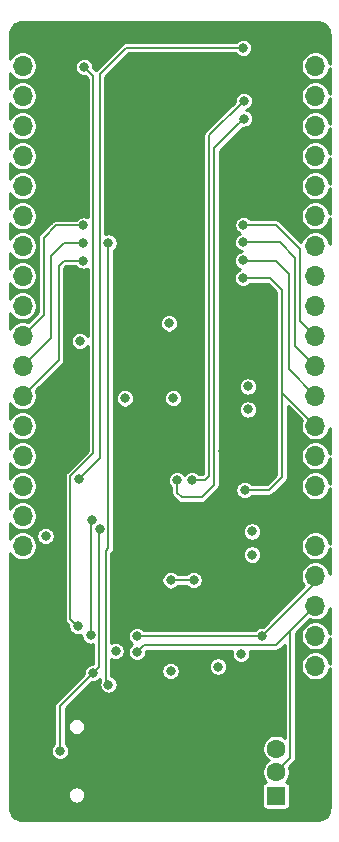
<source format=gbr>
%TF.GenerationSoftware,KiCad,Pcbnew,5.1.5+dfsg1-2build2*%
%TF.CreationDate,2021-06-12T01:28:48+05:30*%
%TF.ProjectId,USBee32-S2,55534265-6533-4322-9d53-322e6b696361,rev?*%
%TF.SameCoordinates,Original*%
%TF.FileFunction,Copper,L4,Bot*%
%TF.FilePolarity,Positive*%
%FSLAX46Y46*%
G04 Gerber Fmt 4.6, Leading zero omitted, Abs format (unit mm)*
G04 Created by KiCad (PCBNEW 5.1.5+dfsg1-2build2) date 2021-06-12 01:28:48*
%MOMM*%
%LPD*%
G04 APERTURE LIST*
%ADD10O,2.100000X1.050000*%
%ADD11C,2.150000*%
%ADD12R,1.600000X1.600000*%
%ADD13C,1.600000*%
%ADD14O,1.700000X1.700000*%
%ADD15R,1.700000X1.700000*%
%ADD16C,0.800000*%
%ADD17C,0.200000*%
%ADD18C,0.254000*%
G04 APERTURE END LIST*
D10*
X139363800Y-134368800D03*
X139363800Y-125728800D03*
X143543800Y-134368800D03*
X143543800Y-125728800D03*
D11*
X157192400Y-133750600D03*
X157192400Y-126750600D03*
X162632400Y-126750600D03*
X162632400Y-133750600D03*
D12*
X159912400Y-133020600D03*
D13*
X159912400Y-131020600D03*
X159912400Y-129020600D03*
X159912400Y-127020600D03*
D14*
X163240000Y-122015000D03*
X163240000Y-119475000D03*
X163240000Y-116935000D03*
X163240000Y-114395000D03*
X163240000Y-111855000D03*
X163240000Y-109315000D03*
X163240000Y-106775000D03*
X163240000Y-104235000D03*
X163240000Y-101695000D03*
X163240000Y-99155000D03*
X163240000Y-96615000D03*
X163240000Y-94075000D03*
X163240000Y-91535000D03*
X163240000Y-88995000D03*
X163240000Y-86455000D03*
X163240000Y-83915000D03*
X163240000Y-81375000D03*
X163240000Y-78835000D03*
X163240000Y-76295000D03*
X163240000Y-73755000D03*
X163240000Y-71215000D03*
D15*
X163240000Y-68675000D03*
D14*
X138450000Y-111855000D03*
X138450000Y-109315000D03*
X138450000Y-106775000D03*
X138450000Y-104235000D03*
X138450000Y-101695000D03*
X138450000Y-99155000D03*
X138450000Y-96615000D03*
X138450000Y-94075000D03*
X138450000Y-91535000D03*
X138450000Y-88995000D03*
X138450000Y-86455000D03*
X138450000Y-83915000D03*
X138450000Y-81375000D03*
X138450000Y-78835000D03*
X138450000Y-76295000D03*
X138450000Y-73755000D03*
X138450000Y-71215000D03*
D15*
X138450000Y-68675000D03*
D16*
X147254700Y-73906300D03*
X148754700Y-73906300D03*
X150254700Y-73906300D03*
X151754700Y-73906300D03*
X147254700Y-75406300D03*
X148754700Y-75406300D03*
X150254700Y-75406300D03*
X151754700Y-75406300D03*
X147254700Y-76906300D03*
X148754700Y-76906300D03*
X150254700Y-76906300D03*
X151754700Y-76906300D03*
X147254700Y-78406300D03*
X148754700Y-78406300D03*
X150254700Y-78406300D03*
X151754700Y-78406300D03*
X149765100Y-133134900D03*
X152330500Y-133134900D03*
X153651300Y-127381800D03*
X140481400Y-116193100D03*
X157783314Y-109165486D03*
X138639900Y-122797100D03*
X143669100Y-68212500D03*
X149600000Y-104979000D03*
X140450920Y-120820980D03*
X153930700Y-122037640D03*
X148838000Y-99403700D03*
X146760280Y-106213440D03*
X140412820Y-113307660D03*
X146465081Y-115692720D03*
X148604320Y-125852720D03*
X158972600Y-92085960D03*
X155462320Y-103785200D03*
X146336100Y-118204780D03*
X151212500Y-97052900D03*
X147161600Y-94514200D03*
X143377000Y-104039200D03*
X157524800Y-100300320D03*
X157524800Y-98359760D03*
X157880400Y-110630500D03*
X157893100Y-112599000D03*
X140402660Y-111039440D03*
X150849680Y-93010520D03*
X151212500Y-99352900D03*
X147113340Y-99360520D03*
X143300800Y-94514200D03*
X157141260Y-69680620D03*
X143239522Y-106187722D03*
X143671644Y-71324000D03*
X143115380Y-118661980D03*
X157184440Y-74171340D03*
X152805480Y-106279480D03*
X157174280Y-75680100D03*
X151525320Y-106304880D03*
X143597980Y-87699380D03*
X143608140Y-86188080D03*
X143613220Y-84722500D03*
X145720390Y-86185540D03*
X145726500Y-123599740D03*
X148142040Y-119477320D03*
X158713520Y-119484940D03*
X157123482Y-89185280D03*
X157258100Y-107132920D03*
X157126020Y-87689220D03*
X157123480Y-86147440D03*
X157153960Y-84697100D03*
X152927400Y-114758000D03*
X150997000Y-114770700D03*
X148142040Y-120843840D03*
X145020380Y-110442540D03*
X144409902Y-122612665D03*
X141624409Y-129210600D03*
X144322941Y-109706217D03*
X144215200Y-119444300D03*
X154997500Y-122075740D03*
X156950300Y-121019100D03*
X150984068Y-122428800D03*
X146323400Y-120762560D03*
D17*
X143639521Y-105787723D02*
X143239522Y-106187722D01*
X144984820Y-104442424D02*
X143639521Y-105787723D01*
X144984820Y-71931060D02*
X144984820Y-104442424D01*
X157141260Y-69680620D02*
X147235260Y-69680620D01*
X147235260Y-69680620D02*
X144984820Y-71931060D01*
X142715381Y-118261981D02*
X143115380Y-118661980D01*
X142499481Y-105937799D02*
X142499481Y-118046081D01*
X144451420Y-103985860D02*
X142499481Y-105937799D01*
X143671644Y-71324000D02*
X144451420Y-72103776D01*
X144451420Y-72103776D02*
X144451420Y-103985860D01*
X142499481Y-118046081D02*
X142715381Y-118261981D01*
X154253088Y-77102692D02*
X157184440Y-74171340D01*
X154253088Y-105946932D02*
X154253088Y-77102692D01*
X153920540Y-106279480D02*
X154253088Y-105946932D01*
X152805480Y-106279480D02*
X153920540Y-106279480D01*
X156774281Y-76080099D02*
X157174280Y-75680100D01*
X154653099Y-78201281D02*
X156774281Y-76080099D01*
X154653099Y-106697541D02*
X154653099Y-78201281D01*
X153608120Y-107742520D02*
X154653099Y-106697541D01*
X151921560Y-107742520D02*
X153608120Y-107742520D01*
X151525320Y-107346280D02*
X151921560Y-107742520D01*
X151525320Y-106304880D02*
X151525320Y-107346280D01*
X143597360Y-87700000D02*
X143597980Y-87699380D01*
X141522800Y-88127200D02*
X141950000Y-87700000D01*
X141522800Y-96082200D02*
X141522800Y-88127200D01*
X141950000Y-87700000D02*
X143597360Y-87700000D01*
X138450000Y-99155000D02*
X141522800Y-96082200D01*
X140824300Y-87325700D02*
X141961920Y-86188080D01*
X140824300Y-94240700D02*
X140824300Y-87325700D01*
X141961920Y-86188080D02*
X143608140Y-86188080D01*
X138450000Y-96615000D02*
X140824300Y-94240700D01*
X140240100Y-92284900D02*
X140240100Y-85761360D01*
X138450000Y-94075000D02*
X140240100Y-92284900D01*
X140240100Y-85761360D02*
X141278960Y-84722500D01*
X141278960Y-84722500D02*
X143613220Y-84722500D01*
X145490280Y-123363520D02*
X145726500Y-123599740D01*
X145490280Y-112301820D02*
X145490280Y-123363520D01*
X145720390Y-112071710D02*
X145490280Y-112301820D01*
X145720390Y-86185540D02*
X145720390Y-112071710D01*
X158571280Y-119573840D02*
X158556040Y-119589080D01*
X148142040Y-119477320D02*
X158705900Y-119477320D01*
X158705900Y-119477320D02*
X158713520Y-119484940D01*
X163240000Y-114958460D02*
X163240000Y-114395000D01*
X158713520Y-119484940D02*
X163240000Y-114958460D01*
X160417860Y-90167860D02*
X159435280Y-89185280D01*
X159435280Y-89185280D02*
X157123482Y-89185280D01*
X160417860Y-98872860D02*
X160417860Y-90167860D01*
X163240000Y-101695000D02*
X160417860Y-98872860D01*
X160417860Y-98872860D02*
X160417860Y-104239860D01*
X160417860Y-104239860D02*
X160417860Y-106055960D01*
X159340900Y-107132920D02*
X157258100Y-107132920D01*
X160417860Y-106055960D02*
X159340900Y-107132920D01*
X157136800Y-87700000D02*
X157126020Y-87689220D01*
X159895240Y-87700000D02*
X157136800Y-87700000D01*
X161004600Y-88809360D02*
X159895240Y-87700000D01*
X161004600Y-96919600D02*
X161004600Y-88809360D01*
X163240000Y-99155000D02*
X161004600Y-96919600D01*
X161544389Y-87459389D02*
X160232440Y-86147440D01*
X160232440Y-86147440D02*
X157689165Y-86147440D01*
X163240000Y-96615000D02*
X161544389Y-94919389D01*
X161544389Y-94919389D02*
X161544389Y-87459389D01*
X157689165Y-86147440D02*
X157123480Y-86147440D01*
X161944400Y-86716400D02*
X159925100Y-84697100D01*
X159925100Y-84697100D02*
X157719645Y-84697100D01*
X163240000Y-94075000D02*
X161944400Y-92779400D01*
X161944400Y-92779400D02*
X161944400Y-86716400D01*
X157719645Y-84697100D02*
X157153960Y-84697100D01*
X152927400Y-114758000D02*
X151009700Y-114758000D01*
X151009700Y-114758000D02*
X150997000Y-114770700D01*
X161126520Y-129806480D02*
X161126520Y-121097840D01*
X159912400Y-131020600D02*
X161126520Y-129806480D01*
X163240000Y-116935000D02*
X161126520Y-119048480D01*
X161131600Y-119058220D02*
X161126520Y-121097840D01*
X161126520Y-119048480D02*
X161131600Y-119058220D01*
X159937800Y-120252020D02*
X161131600Y-119058220D01*
X148733860Y-120252020D02*
X159937800Y-120252020D01*
X148142040Y-120843840D02*
X148733860Y-120252020D01*
X144809901Y-122212666D02*
X144409902Y-122612665D01*
X144941640Y-122080927D02*
X144809901Y-122212666D01*
X144941640Y-110521280D02*
X144941640Y-122080927D01*
X145020380Y-110442540D02*
X144941640Y-110521280D01*
X144409902Y-122612665D02*
X141624409Y-125398158D01*
X141624409Y-125398158D02*
X141624409Y-129210600D01*
X144266000Y-119393500D02*
X144215200Y-119444300D01*
X144266000Y-109763158D02*
X144266000Y-119393500D01*
X144322941Y-109706217D02*
X144266000Y-109763158D01*
D18*
G36*
X163582111Y-67508744D02*
G01*
X163786148Y-67570347D01*
X163974336Y-67670408D01*
X164139495Y-67805109D01*
X164275352Y-67969331D01*
X164376724Y-68156814D01*
X164439748Y-68360411D01*
X164464000Y-68591158D01*
X164464000Y-71058566D01*
X164423693Y-70855931D01*
X164330898Y-70631903D01*
X164196180Y-70430283D01*
X164024717Y-70258820D01*
X163823097Y-70124102D01*
X163599069Y-70031307D01*
X163361243Y-69984000D01*
X163118757Y-69984000D01*
X162880931Y-70031307D01*
X162656903Y-70124102D01*
X162455283Y-70258820D01*
X162283820Y-70430283D01*
X162149102Y-70631903D01*
X162056307Y-70855931D01*
X162009000Y-71093757D01*
X162009000Y-71336243D01*
X162056307Y-71574069D01*
X162149102Y-71798097D01*
X162283820Y-71999717D01*
X162455283Y-72171180D01*
X162656903Y-72305898D01*
X162880931Y-72398693D01*
X163118757Y-72446000D01*
X163361243Y-72446000D01*
X163599069Y-72398693D01*
X163823097Y-72305898D01*
X164024717Y-72171180D01*
X164196180Y-71999717D01*
X164330898Y-71798097D01*
X164423693Y-71574069D01*
X164464000Y-71371434D01*
X164464000Y-73598566D01*
X164423693Y-73395931D01*
X164330898Y-73171903D01*
X164196180Y-72970283D01*
X164024717Y-72798820D01*
X163823097Y-72664102D01*
X163599069Y-72571307D01*
X163361243Y-72524000D01*
X163118757Y-72524000D01*
X162880931Y-72571307D01*
X162656903Y-72664102D01*
X162455283Y-72798820D01*
X162283820Y-72970283D01*
X162149102Y-73171903D01*
X162056307Y-73395931D01*
X162009000Y-73633757D01*
X162009000Y-73876243D01*
X162056307Y-74114069D01*
X162149102Y-74338097D01*
X162283820Y-74539717D01*
X162455283Y-74711180D01*
X162656903Y-74845898D01*
X162880931Y-74938693D01*
X163118757Y-74986000D01*
X163361243Y-74986000D01*
X163599069Y-74938693D01*
X163823097Y-74845898D01*
X164024717Y-74711180D01*
X164196180Y-74539717D01*
X164330898Y-74338097D01*
X164423693Y-74114069D01*
X164464000Y-73911434D01*
X164464000Y-76138567D01*
X164423693Y-75935931D01*
X164330898Y-75711903D01*
X164196180Y-75510283D01*
X164024717Y-75338820D01*
X163823097Y-75204102D01*
X163599069Y-75111307D01*
X163361243Y-75064000D01*
X163118757Y-75064000D01*
X162880931Y-75111307D01*
X162656903Y-75204102D01*
X162455283Y-75338820D01*
X162283820Y-75510283D01*
X162149102Y-75711903D01*
X162056307Y-75935931D01*
X162009000Y-76173757D01*
X162009000Y-76416243D01*
X162056307Y-76654069D01*
X162149102Y-76878097D01*
X162283820Y-77079717D01*
X162455283Y-77251180D01*
X162656903Y-77385898D01*
X162880931Y-77478693D01*
X163118757Y-77526000D01*
X163361243Y-77526000D01*
X163599069Y-77478693D01*
X163823097Y-77385898D01*
X164024717Y-77251180D01*
X164196180Y-77079717D01*
X164330898Y-76878097D01*
X164423693Y-76654069D01*
X164464000Y-76451433D01*
X164464000Y-78678567D01*
X164423693Y-78475931D01*
X164330898Y-78251903D01*
X164196180Y-78050283D01*
X164024717Y-77878820D01*
X163823097Y-77744102D01*
X163599069Y-77651307D01*
X163361243Y-77604000D01*
X163118757Y-77604000D01*
X162880931Y-77651307D01*
X162656903Y-77744102D01*
X162455283Y-77878820D01*
X162283820Y-78050283D01*
X162149102Y-78251903D01*
X162056307Y-78475931D01*
X162009000Y-78713757D01*
X162009000Y-78956243D01*
X162056307Y-79194069D01*
X162149102Y-79418097D01*
X162283820Y-79619717D01*
X162455283Y-79791180D01*
X162656903Y-79925898D01*
X162880931Y-80018693D01*
X163118757Y-80066000D01*
X163361243Y-80066000D01*
X163599069Y-80018693D01*
X163823097Y-79925898D01*
X164024717Y-79791180D01*
X164196180Y-79619717D01*
X164330898Y-79418097D01*
X164423693Y-79194069D01*
X164464000Y-78991433D01*
X164464000Y-81218567D01*
X164423693Y-81015931D01*
X164330898Y-80791903D01*
X164196180Y-80590283D01*
X164024717Y-80418820D01*
X163823097Y-80284102D01*
X163599069Y-80191307D01*
X163361243Y-80144000D01*
X163118757Y-80144000D01*
X162880931Y-80191307D01*
X162656903Y-80284102D01*
X162455283Y-80418820D01*
X162283820Y-80590283D01*
X162149102Y-80791903D01*
X162056307Y-81015931D01*
X162009000Y-81253757D01*
X162009000Y-81496243D01*
X162056307Y-81734069D01*
X162149102Y-81958097D01*
X162283820Y-82159717D01*
X162455283Y-82331180D01*
X162656903Y-82465898D01*
X162880931Y-82558693D01*
X163118757Y-82606000D01*
X163361243Y-82606000D01*
X163599069Y-82558693D01*
X163823097Y-82465898D01*
X164024717Y-82331180D01*
X164196180Y-82159717D01*
X164330898Y-81958097D01*
X164423693Y-81734069D01*
X164464000Y-81531433D01*
X164464000Y-83758567D01*
X164423693Y-83555931D01*
X164330898Y-83331903D01*
X164196180Y-83130283D01*
X164024717Y-82958820D01*
X163823097Y-82824102D01*
X163599069Y-82731307D01*
X163361243Y-82684000D01*
X163118757Y-82684000D01*
X162880931Y-82731307D01*
X162656903Y-82824102D01*
X162455283Y-82958820D01*
X162283820Y-83130283D01*
X162149102Y-83331903D01*
X162056307Y-83555931D01*
X162009000Y-83793757D01*
X162009000Y-84036243D01*
X162056307Y-84274069D01*
X162149102Y-84498097D01*
X162283820Y-84699717D01*
X162455283Y-84871180D01*
X162656903Y-85005898D01*
X162880931Y-85098693D01*
X163118757Y-85146000D01*
X163361243Y-85146000D01*
X163599069Y-85098693D01*
X163823097Y-85005898D01*
X164024717Y-84871180D01*
X164196180Y-84699717D01*
X164330898Y-84498097D01*
X164423693Y-84274069D01*
X164464000Y-84071433D01*
X164464000Y-86298567D01*
X164423693Y-86095931D01*
X164330898Y-85871903D01*
X164196180Y-85670283D01*
X164024717Y-85498820D01*
X163823097Y-85364102D01*
X163599069Y-85271307D01*
X163361243Y-85224000D01*
X163118757Y-85224000D01*
X162880931Y-85271307D01*
X162656903Y-85364102D01*
X162455283Y-85498820D01*
X162283820Y-85670283D01*
X162149102Y-85871903D01*
X162056307Y-86095931D01*
X162047656Y-86139420D01*
X160281930Y-84373694D01*
X160266864Y-84355336D01*
X160193622Y-84295228D01*
X160110061Y-84250564D01*
X160019392Y-84223060D01*
X159948726Y-84216100D01*
X159925100Y-84213773D01*
X159901474Y-84216100D01*
X157771867Y-84216100D01*
X157760602Y-84199241D01*
X157651819Y-84090458D01*
X157523902Y-84004987D01*
X157381769Y-83946113D01*
X157230882Y-83916100D01*
X157077038Y-83916100D01*
X156926151Y-83946113D01*
X156784018Y-84004987D01*
X156656101Y-84090458D01*
X156547318Y-84199241D01*
X156461847Y-84327158D01*
X156402973Y-84469291D01*
X156372960Y-84620178D01*
X156372960Y-84774022D01*
X156402973Y-84924909D01*
X156461847Y-85067042D01*
X156547318Y-85194959D01*
X156656101Y-85303742D01*
X156784018Y-85389213D01*
X156848584Y-85415957D01*
X156753538Y-85455327D01*
X156625621Y-85540798D01*
X156516838Y-85649581D01*
X156431367Y-85777498D01*
X156372493Y-85919631D01*
X156342480Y-86070518D01*
X156342480Y-86224362D01*
X156372493Y-86375249D01*
X156431367Y-86517382D01*
X156516838Y-86645299D01*
X156625621Y-86754082D01*
X156753538Y-86839553D01*
X156895671Y-86898427D01*
X156997001Y-86918583D01*
X156898211Y-86938233D01*
X156756078Y-86997107D01*
X156628161Y-87082578D01*
X156519378Y-87191361D01*
X156433907Y-87319278D01*
X156375033Y-87461411D01*
X156345020Y-87612298D01*
X156345020Y-87766142D01*
X156375033Y-87917029D01*
X156433907Y-88059162D01*
X156519378Y-88187079D01*
X156628161Y-88295862D01*
X156756078Y-88381333D01*
X156889803Y-88436724D01*
X156753540Y-88493167D01*
X156625623Y-88578638D01*
X156516840Y-88687421D01*
X156431369Y-88815338D01*
X156372495Y-88957471D01*
X156342482Y-89108358D01*
X156342482Y-89262202D01*
X156372495Y-89413089D01*
X156431369Y-89555222D01*
X156516840Y-89683139D01*
X156625623Y-89791922D01*
X156753540Y-89877393D01*
X156895673Y-89936267D01*
X157046560Y-89966280D01*
X157200404Y-89966280D01*
X157351291Y-89936267D01*
X157493424Y-89877393D01*
X157621341Y-89791922D01*
X157730124Y-89683139D01*
X157741389Y-89666280D01*
X159236044Y-89666280D01*
X159936861Y-90367098D01*
X159936860Y-98849234D01*
X159934533Y-98872860D01*
X159936860Y-98896485D01*
X159936861Y-104216225D01*
X159936860Y-104216235D01*
X159936861Y-105856722D01*
X159141664Y-106651920D01*
X157876007Y-106651920D01*
X157864742Y-106635061D01*
X157755959Y-106526278D01*
X157628042Y-106440807D01*
X157485909Y-106381933D01*
X157335022Y-106351920D01*
X157181178Y-106351920D01*
X157030291Y-106381933D01*
X156888158Y-106440807D01*
X156760241Y-106526278D01*
X156651458Y-106635061D01*
X156565987Y-106762978D01*
X156507113Y-106905111D01*
X156477100Y-107055998D01*
X156477100Y-107209842D01*
X156507113Y-107360729D01*
X156565987Y-107502862D01*
X156651458Y-107630779D01*
X156760241Y-107739562D01*
X156888158Y-107825033D01*
X157030291Y-107883907D01*
X157181178Y-107913920D01*
X157335022Y-107913920D01*
X157485909Y-107883907D01*
X157628042Y-107825033D01*
X157755959Y-107739562D01*
X157864742Y-107630779D01*
X157876007Y-107613920D01*
X159317274Y-107613920D01*
X159340900Y-107616247D01*
X159364526Y-107613920D01*
X159435192Y-107606960D01*
X159525861Y-107579456D01*
X159609422Y-107534792D01*
X159682664Y-107474684D01*
X159697730Y-107456326D01*
X160741272Y-106412785D01*
X160759624Y-106397724D01*
X160819732Y-106324482D01*
X160864396Y-106240921D01*
X160891900Y-106150252D01*
X160898860Y-106079586D01*
X160898860Y-106079577D01*
X160901186Y-106055961D01*
X160898860Y-106032345D01*
X160898860Y-100034096D01*
X162098597Y-101233834D01*
X162056307Y-101335931D01*
X162009000Y-101573757D01*
X162009000Y-101816243D01*
X162056307Y-102054069D01*
X162149102Y-102278097D01*
X162283820Y-102479717D01*
X162455283Y-102651180D01*
X162656903Y-102785898D01*
X162880931Y-102878693D01*
X163118757Y-102926000D01*
X163361243Y-102926000D01*
X163599069Y-102878693D01*
X163823097Y-102785898D01*
X164024717Y-102651180D01*
X164196180Y-102479717D01*
X164330898Y-102278097D01*
X164423693Y-102054069D01*
X164464001Y-101851431D01*
X164464001Y-104078569D01*
X164423693Y-103875931D01*
X164330898Y-103651903D01*
X164196180Y-103450283D01*
X164024717Y-103278820D01*
X163823097Y-103144102D01*
X163599069Y-103051307D01*
X163361243Y-103004000D01*
X163118757Y-103004000D01*
X162880931Y-103051307D01*
X162656903Y-103144102D01*
X162455283Y-103278820D01*
X162283820Y-103450283D01*
X162149102Y-103651903D01*
X162056307Y-103875931D01*
X162009000Y-104113757D01*
X162009000Y-104356243D01*
X162056307Y-104594069D01*
X162149102Y-104818097D01*
X162283820Y-105019717D01*
X162455283Y-105191180D01*
X162656903Y-105325898D01*
X162880931Y-105418693D01*
X163118757Y-105466000D01*
X163361243Y-105466000D01*
X163599069Y-105418693D01*
X163823097Y-105325898D01*
X164024717Y-105191180D01*
X164196180Y-105019717D01*
X164330898Y-104818097D01*
X164423693Y-104594069D01*
X164464001Y-104391431D01*
X164464001Y-106618569D01*
X164423693Y-106415931D01*
X164330898Y-106191903D01*
X164196180Y-105990283D01*
X164024717Y-105818820D01*
X163823097Y-105684102D01*
X163599069Y-105591307D01*
X163361243Y-105544000D01*
X163118757Y-105544000D01*
X162880931Y-105591307D01*
X162656903Y-105684102D01*
X162455283Y-105818820D01*
X162283820Y-105990283D01*
X162149102Y-106191903D01*
X162056307Y-106415931D01*
X162009000Y-106653757D01*
X162009000Y-106896243D01*
X162056307Y-107134069D01*
X162149102Y-107358097D01*
X162283820Y-107559717D01*
X162455283Y-107731180D01*
X162656903Y-107865898D01*
X162880931Y-107958693D01*
X163118757Y-108006000D01*
X163361243Y-108006000D01*
X163599069Y-107958693D01*
X163823097Y-107865898D01*
X164024717Y-107731180D01*
X164196180Y-107559717D01*
X164330898Y-107358097D01*
X164423693Y-107134069D01*
X164464001Y-106931431D01*
X164464001Y-111698569D01*
X164423693Y-111495931D01*
X164330898Y-111271903D01*
X164196180Y-111070283D01*
X164024717Y-110898820D01*
X163823097Y-110764102D01*
X163599069Y-110671307D01*
X163361243Y-110624000D01*
X163118757Y-110624000D01*
X162880931Y-110671307D01*
X162656903Y-110764102D01*
X162455283Y-110898820D01*
X162283820Y-111070283D01*
X162149102Y-111271903D01*
X162056307Y-111495931D01*
X162009000Y-111733757D01*
X162009000Y-111976243D01*
X162056307Y-112214069D01*
X162149102Y-112438097D01*
X162283820Y-112639717D01*
X162455283Y-112811180D01*
X162656903Y-112945898D01*
X162880931Y-113038693D01*
X163118757Y-113086000D01*
X163361243Y-113086000D01*
X163599069Y-113038693D01*
X163823097Y-112945898D01*
X164024717Y-112811180D01*
X164196180Y-112639717D01*
X164330898Y-112438097D01*
X164423693Y-112214069D01*
X164464001Y-112011431D01*
X164464001Y-114238569D01*
X164423693Y-114035931D01*
X164330898Y-113811903D01*
X164196180Y-113610283D01*
X164024717Y-113438820D01*
X163823097Y-113304102D01*
X163599069Y-113211307D01*
X163361243Y-113164000D01*
X163118757Y-113164000D01*
X162880931Y-113211307D01*
X162656903Y-113304102D01*
X162455283Y-113438820D01*
X162283820Y-113610283D01*
X162149102Y-113811903D01*
X162056307Y-114035931D01*
X162009000Y-114273757D01*
X162009000Y-114516243D01*
X162056307Y-114754069D01*
X162149102Y-114978097D01*
X162283820Y-115179717D01*
X162311163Y-115207060D01*
X158810328Y-118707896D01*
X158790442Y-118703940D01*
X158636598Y-118703940D01*
X158485711Y-118733953D01*
X158343578Y-118792827D01*
X158215661Y-118878298D01*
X158106878Y-118987081D01*
X158100705Y-118996320D01*
X148759947Y-118996320D01*
X148748682Y-118979461D01*
X148639899Y-118870678D01*
X148511982Y-118785207D01*
X148369849Y-118726333D01*
X148218962Y-118696320D01*
X148065118Y-118696320D01*
X147914231Y-118726333D01*
X147772098Y-118785207D01*
X147644181Y-118870678D01*
X147535398Y-118979461D01*
X147449927Y-119107378D01*
X147391053Y-119249511D01*
X147361040Y-119400398D01*
X147361040Y-119554242D01*
X147391053Y-119705129D01*
X147449927Y-119847262D01*
X147535398Y-119975179D01*
X147644181Y-120083962D01*
X147758848Y-120160580D01*
X147644181Y-120237198D01*
X147535398Y-120345981D01*
X147449927Y-120473898D01*
X147391053Y-120616031D01*
X147361040Y-120766918D01*
X147361040Y-120920762D01*
X147391053Y-121071649D01*
X147449927Y-121213782D01*
X147535398Y-121341699D01*
X147644181Y-121450482D01*
X147772098Y-121535953D01*
X147914231Y-121594827D01*
X148065118Y-121624840D01*
X148218962Y-121624840D01*
X148369849Y-121594827D01*
X148511982Y-121535953D01*
X148639899Y-121450482D01*
X148748682Y-121341699D01*
X148834153Y-121213782D01*
X148893027Y-121071649D01*
X148923040Y-120920762D01*
X148923040Y-120766918D01*
X148919085Y-120747032D01*
X148933097Y-120733020D01*
X156223450Y-120733020D01*
X156199313Y-120791291D01*
X156169300Y-120942178D01*
X156169300Y-121096022D01*
X156199313Y-121246909D01*
X156258187Y-121389042D01*
X156343658Y-121516959D01*
X156452441Y-121625742D01*
X156580358Y-121711213D01*
X156722491Y-121770087D01*
X156873378Y-121800100D01*
X157027222Y-121800100D01*
X157178109Y-121770087D01*
X157320242Y-121711213D01*
X157448159Y-121625742D01*
X157556942Y-121516959D01*
X157642413Y-121389042D01*
X157701287Y-121246909D01*
X157731300Y-121096022D01*
X157731300Y-120942178D01*
X157701287Y-120791291D01*
X157677150Y-120733020D01*
X159914174Y-120733020D01*
X159937800Y-120735347D01*
X159961426Y-120733020D01*
X160032092Y-120726060D01*
X160122761Y-120698556D01*
X160206322Y-120653892D01*
X160279564Y-120593784D01*
X160294630Y-120575426D01*
X160647700Y-120222357D01*
X160645579Y-121073623D01*
X160645521Y-121074214D01*
X160645521Y-121096982D01*
X160645463Y-121120267D01*
X160645521Y-121120871D01*
X160645520Y-128090080D01*
X160471813Y-127974012D01*
X160256885Y-127884986D01*
X160028718Y-127839600D01*
X159796082Y-127839600D01*
X159567915Y-127884986D01*
X159352987Y-127974012D01*
X159159557Y-128103258D01*
X158995058Y-128267757D01*
X158865812Y-128461187D01*
X158776786Y-128676115D01*
X158731400Y-128904282D01*
X158731400Y-129136918D01*
X158776786Y-129365085D01*
X158865812Y-129580013D01*
X158995058Y-129773443D01*
X159159557Y-129937942D01*
X159283263Y-130020600D01*
X159159557Y-130103258D01*
X158995058Y-130267757D01*
X158865812Y-130461187D01*
X158776786Y-130676115D01*
X158731400Y-130904282D01*
X158731400Y-131136918D01*
X158776786Y-131365085D01*
X158865812Y-131580013D01*
X158995058Y-131773443D01*
X159064126Y-131842511D01*
X159037711Y-131845113D01*
X158965892Y-131866899D01*
X158899704Y-131902278D01*
X158841689Y-131949889D01*
X158794078Y-132007904D01*
X158758699Y-132074092D01*
X158736913Y-132145911D01*
X158729557Y-132220600D01*
X158729557Y-133820600D01*
X158736913Y-133895289D01*
X158758699Y-133967108D01*
X158794078Y-134033296D01*
X158841689Y-134091311D01*
X158899704Y-134138922D01*
X158965892Y-134174301D01*
X159037711Y-134196087D01*
X159112400Y-134203443D01*
X160712400Y-134203443D01*
X160787089Y-134196087D01*
X160858908Y-134174301D01*
X160925096Y-134138922D01*
X160983111Y-134091311D01*
X161030722Y-134033296D01*
X161066101Y-133967108D01*
X161087887Y-133895289D01*
X161095243Y-133820600D01*
X161095243Y-132220600D01*
X161087887Y-132145911D01*
X161066101Y-132074092D01*
X161030722Y-132007904D01*
X160983111Y-131949889D01*
X160925096Y-131902278D01*
X160858908Y-131866899D01*
X160787089Y-131845113D01*
X160760674Y-131842511D01*
X160829742Y-131773443D01*
X160958988Y-131580013D01*
X161048014Y-131365085D01*
X161093400Y-131136918D01*
X161093400Y-130904282D01*
X161048014Y-130676115D01*
X161015534Y-130597702D01*
X161449932Y-130163305D01*
X161468284Y-130148244D01*
X161528392Y-130075002D01*
X161573056Y-129991441D01*
X161600560Y-129900772D01*
X161607520Y-129830106D01*
X161607520Y-129830105D01*
X161609847Y-129806480D01*
X161607520Y-129782854D01*
X161607520Y-121098173D01*
X161612141Y-119243095D01*
X162778834Y-118076403D01*
X162880931Y-118118693D01*
X163118757Y-118166000D01*
X163361243Y-118166000D01*
X163599069Y-118118693D01*
X163823097Y-118025898D01*
X164024717Y-117891180D01*
X164196180Y-117719717D01*
X164330898Y-117518097D01*
X164423693Y-117294069D01*
X164464001Y-117091430D01*
X164464001Y-119318570D01*
X164423693Y-119115931D01*
X164330898Y-118891903D01*
X164196180Y-118690283D01*
X164024717Y-118518820D01*
X163823097Y-118384102D01*
X163599069Y-118291307D01*
X163361243Y-118244000D01*
X163118757Y-118244000D01*
X162880931Y-118291307D01*
X162656903Y-118384102D01*
X162455283Y-118518820D01*
X162283820Y-118690283D01*
X162149102Y-118891903D01*
X162056307Y-119115931D01*
X162009000Y-119353757D01*
X162009000Y-119596243D01*
X162056307Y-119834069D01*
X162149102Y-120058097D01*
X162283820Y-120259717D01*
X162455283Y-120431180D01*
X162656903Y-120565898D01*
X162880931Y-120658693D01*
X163118757Y-120706000D01*
X163361243Y-120706000D01*
X163599069Y-120658693D01*
X163823097Y-120565898D01*
X164024717Y-120431180D01*
X164196180Y-120259717D01*
X164330898Y-120058097D01*
X164423693Y-119834069D01*
X164464001Y-119631430D01*
X164464001Y-121858570D01*
X164423693Y-121655931D01*
X164330898Y-121431903D01*
X164196180Y-121230283D01*
X164024717Y-121058820D01*
X163823097Y-120924102D01*
X163599069Y-120831307D01*
X163361243Y-120784000D01*
X163118757Y-120784000D01*
X162880931Y-120831307D01*
X162656903Y-120924102D01*
X162455283Y-121058820D01*
X162283820Y-121230283D01*
X162149102Y-121431903D01*
X162056307Y-121655931D01*
X162009000Y-121893757D01*
X162009000Y-122136243D01*
X162056307Y-122374069D01*
X162149102Y-122598097D01*
X162283820Y-122799717D01*
X162455283Y-122971180D01*
X162656903Y-123105898D01*
X162880931Y-123198693D01*
X163118757Y-123246000D01*
X163361243Y-123246000D01*
X163599069Y-123198693D01*
X163823097Y-123105898D01*
X164024717Y-122971180D01*
X164196180Y-122799717D01*
X164330898Y-122598097D01*
X164423693Y-122374069D01*
X164464001Y-122171430D01*
X164464001Y-133990137D01*
X164441256Y-134222110D01*
X164379653Y-134426148D01*
X164279592Y-134614336D01*
X164144891Y-134779495D01*
X163980666Y-134915354D01*
X163793187Y-135016724D01*
X163589589Y-135079748D01*
X163358876Y-135103996D01*
X138469944Y-135094009D01*
X138237890Y-135071256D01*
X138033852Y-135009653D01*
X137845664Y-134909592D01*
X137680505Y-134774891D01*
X137544646Y-134610666D01*
X137443276Y-134423187D01*
X137380252Y-134219589D01*
X137356000Y-133988842D01*
X137356000Y-132866803D01*
X142282800Y-132866803D01*
X142282800Y-133010797D01*
X142310892Y-133152025D01*
X142365996Y-133285058D01*
X142445995Y-133404785D01*
X142547815Y-133506605D01*
X142667542Y-133586604D01*
X142800575Y-133641708D01*
X142941803Y-133669800D01*
X143085797Y-133669800D01*
X143227025Y-133641708D01*
X143360058Y-133586604D01*
X143479785Y-133506605D01*
X143581605Y-133404785D01*
X143661604Y-133285058D01*
X143716708Y-133152025D01*
X143744800Y-133010797D01*
X143744800Y-132866803D01*
X143716708Y-132725575D01*
X143661604Y-132592542D01*
X143581605Y-132472815D01*
X143479785Y-132370995D01*
X143360058Y-132290996D01*
X143227025Y-132235892D01*
X143085797Y-132207800D01*
X142941803Y-132207800D01*
X142800575Y-132235892D01*
X142667542Y-132290996D01*
X142547815Y-132370995D01*
X142445995Y-132472815D01*
X142365996Y-132592542D01*
X142310892Y-132725575D01*
X142282800Y-132866803D01*
X137356000Y-132866803D01*
X137356000Y-112430608D01*
X137359102Y-112438097D01*
X137493820Y-112639717D01*
X137665283Y-112811180D01*
X137866903Y-112945898D01*
X138090931Y-113038693D01*
X138328757Y-113086000D01*
X138571243Y-113086000D01*
X138809069Y-113038693D01*
X139033097Y-112945898D01*
X139234717Y-112811180D01*
X139406180Y-112639717D01*
X139540898Y-112438097D01*
X139633693Y-112214069D01*
X139681000Y-111976243D01*
X139681000Y-111733757D01*
X139633693Y-111495931D01*
X139540898Y-111271903D01*
X139406180Y-111070283D01*
X139298415Y-110962518D01*
X139621660Y-110962518D01*
X139621660Y-111116362D01*
X139651673Y-111267249D01*
X139710547Y-111409382D01*
X139796018Y-111537299D01*
X139904801Y-111646082D01*
X140032718Y-111731553D01*
X140174851Y-111790427D01*
X140325738Y-111820440D01*
X140479582Y-111820440D01*
X140630469Y-111790427D01*
X140772602Y-111731553D01*
X140900519Y-111646082D01*
X141009302Y-111537299D01*
X141094773Y-111409382D01*
X141153647Y-111267249D01*
X141183660Y-111116362D01*
X141183660Y-110962518D01*
X141153647Y-110811631D01*
X141094773Y-110669498D01*
X141009302Y-110541581D01*
X140900519Y-110432798D01*
X140772602Y-110347327D01*
X140630469Y-110288453D01*
X140479582Y-110258440D01*
X140325738Y-110258440D01*
X140174851Y-110288453D01*
X140032718Y-110347327D01*
X139904801Y-110432798D01*
X139796018Y-110541581D01*
X139710547Y-110669498D01*
X139651673Y-110811631D01*
X139621660Y-110962518D01*
X139298415Y-110962518D01*
X139234717Y-110898820D01*
X139033097Y-110764102D01*
X138809069Y-110671307D01*
X138571243Y-110624000D01*
X138328757Y-110624000D01*
X138090931Y-110671307D01*
X137866903Y-110764102D01*
X137665283Y-110898820D01*
X137493820Y-111070283D01*
X137359102Y-111271903D01*
X137356000Y-111279392D01*
X137356000Y-109890608D01*
X137359102Y-109898097D01*
X137493820Y-110099717D01*
X137665283Y-110271180D01*
X137866903Y-110405898D01*
X138090931Y-110498693D01*
X138328757Y-110546000D01*
X138571243Y-110546000D01*
X138809069Y-110498693D01*
X139033097Y-110405898D01*
X139234717Y-110271180D01*
X139406180Y-110099717D01*
X139540898Y-109898097D01*
X139633693Y-109674069D01*
X139681000Y-109436243D01*
X139681000Y-109193757D01*
X139633693Y-108955931D01*
X139540898Y-108731903D01*
X139406180Y-108530283D01*
X139234717Y-108358820D01*
X139033097Y-108224102D01*
X138809069Y-108131307D01*
X138571243Y-108084000D01*
X138328757Y-108084000D01*
X138090931Y-108131307D01*
X137866903Y-108224102D01*
X137665283Y-108358820D01*
X137493820Y-108530283D01*
X137359102Y-108731903D01*
X137356000Y-108739392D01*
X137356000Y-107350608D01*
X137359102Y-107358097D01*
X137493820Y-107559717D01*
X137665283Y-107731180D01*
X137866903Y-107865898D01*
X138090931Y-107958693D01*
X138328757Y-108006000D01*
X138571243Y-108006000D01*
X138809069Y-107958693D01*
X139033097Y-107865898D01*
X139234717Y-107731180D01*
X139406180Y-107559717D01*
X139540898Y-107358097D01*
X139633693Y-107134069D01*
X139681000Y-106896243D01*
X139681000Y-106653757D01*
X139633693Y-106415931D01*
X139540898Y-106191903D01*
X139406180Y-105990283D01*
X139234717Y-105818820D01*
X139033097Y-105684102D01*
X138809069Y-105591307D01*
X138571243Y-105544000D01*
X138328757Y-105544000D01*
X138090931Y-105591307D01*
X137866903Y-105684102D01*
X137665283Y-105818820D01*
X137493820Y-105990283D01*
X137359102Y-106191903D01*
X137356000Y-106199392D01*
X137356000Y-104810608D01*
X137359102Y-104818097D01*
X137493820Y-105019717D01*
X137665283Y-105191180D01*
X137866903Y-105325898D01*
X138090931Y-105418693D01*
X138328757Y-105466000D01*
X138571243Y-105466000D01*
X138809069Y-105418693D01*
X139033097Y-105325898D01*
X139234717Y-105191180D01*
X139406180Y-105019717D01*
X139540898Y-104818097D01*
X139633693Y-104594069D01*
X139681000Y-104356243D01*
X139681000Y-104113757D01*
X139633693Y-103875931D01*
X139540898Y-103651903D01*
X139406180Y-103450283D01*
X139234717Y-103278820D01*
X139033097Y-103144102D01*
X138809069Y-103051307D01*
X138571243Y-103004000D01*
X138328757Y-103004000D01*
X138090931Y-103051307D01*
X137866903Y-103144102D01*
X137665283Y-103278820D01*
X137493820Y-103450283D01*
X137359102Y-103651903D01*
X137356000Y-103659392D01*
X137356000Y-102270608D01*
X137359102Y-102278097D01*
X137493820Y-102479717D01*
X137665283Y-102651180D01*
X137866903Y-102785898D01*
X138090931Y-102878693D01*
X138328757Y-102926000D01*
X138571243Y-102926000D01*
X138809069Y-102878693D01*
X139033097Y-102785898D01*
X139234717Y-102651180D01*
X139406180Y-102479717D01*
X139540898Y-102278097D01*
X139633693Y-102054069D01*
X139681000Y-101816243D01*
X139681000Y-101573757D01*
X139633693Y-101335931D01*
X139540898Y-101111903D01*
X139406180Y-100910283D01*
X139234717Y-100738820D01*
X139033097Y-100604102D01*
X138809069Y-100511307D01*
X138571243Y-100464000D01*
X138328757Y-100464000D01*
X138090931Y-100511307D01*
X137866903Y-100604102D01*
X137665283Y-100738820D01*
X137493820Y-100910283D01*
X137359102Y-101111903D01*
X137356000Y-101119392D01*
X137356000Y-99730608D01*
X137359102Y-99738097D01*
X137493820Y-99939717D01*
X137665283Y-100111180D01*
X137866903Y-100245898D01*
X138090931Y-100338693D01*
X138328757Y-100386000D01*
X138571243Y-100386000D01*
X138809069Y-100338693D01*
X139033097Y-100245898D01*
X139234717Y-100111180D01*
X139406180Y-99939717D01*
X139540898Y-99738097D01*
X139633693Y-99514069D01*
X139681000Y-99276243D01*
X139681000Y-99033757D01*
X139633693Y-98795931D01*
X139591403Y-98693833D01*
X141846212Y-96439025D01*
X141864564Y-96423964D01*
X141924672Y-96350722D01*
X141969336Y-96267161D01*
X141996840Y-96176492D01*
X142003800Y-96105826D01*
X142003800Y-96105817D01*
X142006126Y-96082201D01*
X142003800Y-96058585D01*
X142003800Y-88326436D01*
X142149237Y-88181000D01*
X142980487Y-88181000D01*
X142991338Y-88197239D01*
X143100121Y-88306022D01*
X143228038Y-88391493D01*
X143370171Y-88450367D01*
X143521058Y-88480380D01*
X143674902Y-88480380D01*
X143825789Y-88450367D01*
X143967922Y-88391493D01*
X143970421Y-88389824D01*
X143970421Y-94110596D01*
X143907442Y-94016341D01*
X143798659Y-93907558D01*
X143670742Y-93822087D01*
X143528609Y-93763213D01*
X143377722Y-93733200D01*
X143223878Y-93733200D01*
X143072991Y-93763213D01*
X142930858Y-93822087D01*
X142802941Y-93907558D01*
X142694158Y-94016341D01*
X142608687Y-94144258D01*
X142549813Y-94286391D01*
X142519800Y-94437278D01*
X142519800Y-94591122D01*
X142549813Y-94742009D01*
X142608687Y-94884142D01*
X142694158Y-95012059D01*
X142802941Y-95120842D01*
X142930858Y-95206313D01*
X143072991Y-95265187D01*
X143223878Y-95295200D01*
X143377722Y-95295200D01*
X143528609Y-95265187D01*
X143670742Y-95206313D01*
X143798659Y-95120842D01*
X143907442Y-95012059D01*
X143970421Y-94917804D01*
X143970421Y-103786623D01*
X142176075Y-105580969D01*
X142157717Y-105596035D01*
X142097609Y-105669277D01*
X142052945Y-105752839D01*
X142050175Y-105761971D01*
X142025441Y-105843507D01*
X142016154Y-105937799D01*
X142018481Y-105961425D01*
X142018482Y-118022445D01*
X142016154Y-118046081D01*
X142025441Y-118140373D01*
X142052946Y-118231042D01*
X142097610Y-118314603D01*
X142157718Y-118387845D01*
X142176070Y-118402906D01*
X142338336Y-118565172D01*
X142334380Y-118585058D01*
X142334380Y-118738902D01*
X142364393Y-118889789D01*
X142423267Y-119031922D01*
X142508738Y-119159839D01*
X142617521Y-119268622D01*
X142745438Y-119354093D01*
X142887571Y-119412967D01*
X143038458Y-119442980D01*
X143192302Y-119442980D01*
X143343189Y-119412967D01*
X143434200Y-119375269D01*
X143434200Y-119521222D01*
X143464213Y-119672109D01*
X143523087Y-119814242D01*
X143608558Y-119942159D01*
X143717341Y-120050942D01*
X143845258Y-120136413D01*
X143987391Y-120195287D01*
X144138278Y-120225300D01*
X144292122Y-120225300D01*
X144443009Y-120195287D01*
X144460641Y-120187984D01*
X144460641Y-121831665D01*
X144332980Y-121831665D01*
X144182093Y-121861678D01*
X144039960Y-121920552D01*
X143912043Y-122006023D01*
X143803260Y-122114806D01*
X143717789Y-122242723D01*
X143658915Y-122384856D01*
X143628902Y-122535743D01*
X143628902Y-122689587D01*
X143632857Y-122709473D01*
X141301003Y-125041328D01*
X141282645Y-125056394D01*
X141222537Y-125129636D01*
X141177873Y-125213198D01*
X141158713Y-125276362D01*
X141150369Y-125303866D01*
X141141082Y-125398158D01*
X141143409Y-125421784D01*
X141143410Y-128592693D01*
X141126550Y-128603958D01*
X141017767Y-128712741D01*
X140932296Y-128840658D01*
X140873422Y-128982791D01*
X140843409Y-129133678D01*
X140843409Y-129287522D01*
X140873422Y-129438409D01*
X140932296Y-129580542D01*
X141017767Y-129708459D01*
X141126550Y-129817242D01*
X141254467Y-129902713D01*
X141396600Y-129961587D01*
X141547487Y-129991600D01*
X141701331Y-129991600D01*
X141852218Y-129961587D01*
X141994351Y-129902713D01*
X142122268Y-129817242D01*
X142231051Y-129708459D01*
X142316522Y-129580542D01*
X142375396Y-129438409D01*
X142405409Y-129287522D01*
X142405409Y-129133678D01*
X142375396Y-128982791D01*
X142316522Y-128840658D01*
X142231051Y-128712741D01*
X142122268Y-128603958D01*
X142105409Y-128592693D01*
X142105409Y-127086803D01*
X142282800Y-127086803D01*
X142282800Y-127230797D01*
X142310892Y-127372025D01*
X142365996Y-127505058D01*
X142445995Y-127624785D01*
X142547815Y-127726605D01*
X142667542Y-127806604D01*
X142800575Y-127861708D01*
X142941803Y-127889800D01*
X143085797Y-127889800D01*
X143227025Y-127861708D01*
X143360058Y-127806604D01*
X143479785Y-127726605D01*
X143581605Y-127624785D01*
X143661604Y-127505058D01*
X143716708Y-127372025D01*
X143744800Y-127230797D01*
X143744800Y-127086803D01*
X143716708Y-126945575D01*
X143661604Y-126812542D01*
X143581605Y-126692815D01*
X143479785Y-126590995D01*
X143360058Y-126510996D01*
X143227025Y-126455892D01*
X143085797Y-126427800D01*
X142941803Y-126427800D01*
X142800575Y-126455892D01*
X142667542Y-126510996D01*
X142547815Y-126590995D01*
X142445995Y-126692815D01*
X142365996Y-126812542D01*
X142310892Y-126945575D01*
X142282800Y-127086803D01*
X142105409Y-127086803D01*
X142105409Y-125597394D01*
X144313094Y-123389710D01*
X144332980Y-123393665D01*
X144486824Y-123393665D01*
X144637711Y-123363652D01*
X144779844Y-123304778D01*
X144907761Y-123219307D01*
X145009281Y-123117787D01*
X145009281Y-123290409D01*
X144975513Y-123371931D01*
X144945500Y-123522818D01*
X144945500Y-123676662D01*
X144975513Y-123827549D01*
X145034387Y-123969682D01*
X145119858Y-124097599D01*
X145228641Y-124206382D01*
X145356558Y-124291853D01*
X145498691Y-124350727D01*
X145649578Y-124380740D01*
X145803422Y-124380740D01*
X145954309Y-124350727D01*
X146096442Y-124291853D01*
X146224359Y-124206382D01*
X146333142Y-124097599D01*
X146418613Y-123969682D01*
X146477487Y-123827549D01*
X146507500Y-123676662D01*
X146507500Y-123522818D01*
X146477487Y-123371931D01*
X146418613Y-123229798D01*
X146333142Y-123101881D01*
X146224359Y-122993098D01*
X146096442Y-122907627D01*
X145971280Y-122855783D01*
X145971280Y-122351878D01*
X150203068Y-122351878D01*
X150203068Y-122505722D01*
X150233081Y-122656609D01*
X150291955Y-122798742D01*
X150377426Y-122926659D01*
X150486209Y-123035442D01*
X150614126Y-123120913D01*
X150756259Y-123179787D01*
X150907146Y-123209800D01*
X151060990Y-123209800D01*
X151211877Y-123179787D01*
X151354010Y-123120913D01*
X151481927Y-123035442D01*
X151590710Y-122926659D01*
X151676181Y-122798742D01*
X151735055Y-122656609D01*
X151765068Y-122505722D01*
X151765068Y-122351878D01*
X151735055Y-122200991D01*
X151676181Y-122058858D01*
X151636064Y-121998818D01*
X154216500Y-121998818D01*
X154216500Y-122152662D01*
X154246513Y-122303549D01*
X154305387Y-122445682D01*
X154390858Y-122573599D01*
X154499641Y-122682382D01*
X154627558Y-122767853D01*
X154769691Y-122826727D01*
X154920578Y-122856740D01*
X155074422Y-122856740D01*
X155225309Y-122826727D01*
X155367442Y-122767853D01*
X155495359Y-122682382D01*
X155604142Y-122573599D01*
X155689613Y-122445682D01*
X155748487Y-122303549D01*
X155778500Y-122152662D01*
X155778500Y-121998818D01*
X155748487Y-121847931D01*
X155689613Y-121705798D01*
X155604142Y-121577881D01*
X155495359Y-121469098D01*
X155367442Y-121383627D01*
X155225309Y-121324753D01*
X155074422Y-121294740D01*
X154920578Y-121294740D01*
X154769691Y-121324753D01*
X154627558Y-121383627D01*
X154499641Y-121469098D01*
X154390858Y-121577881D01*
X154305387Y-121705798D01*
X154246513Y-121847931D01*
X154216500Y-121998818D01*
X151636064Y-121998818D01*
X151590710Y-121930941D01*
X151481927Y-121822158D01*
X151354010Y-121736687D01*
X151211877Y-121677813D01*
X151060990Y-121647800D01*
X150907146Y-121647800D01*
X150756259Y-121677813D01*
X150614126Y-121736687D01*
X150486209Y-121822158D01*
X150377426Y-121930941D01*
X150291955Y-122058858D01*
X150233081Y-122200991D01*
X150203068Y-122351878D01*
X145971280Y-122351878D01*
X145971280Y-121462055D01*
X146095591Y-121513547D01*
X146246478Y-121543560D01*
X146400322Y-121543560D01*
X146551209Y-121513547D01*
X146693342Y-121454673D01*
X146821259Y-121369202D01*
X146930042Y-121260419D01*
X147015513Y-121132502D01*
X147074387Y-120990369D01*
X147104400Y-120839482D01*
X147104400Y-120685638D01*
X147074387Y-120534751D01*
X147015513Y-120392618D01*
X146930042Y-120264701D01*
X146821259Y-120155918D01*
X146693342Y-120070447D01*
X146551209Y-120011573D01*
X146400322Y-119981560D01*
X146246478Y-119981560D01*
X146095591Y-120011573D01*
X145971280Y-120063065D01*
X145971280Y-114693778D01*
X150216000Y-114693778D01*
X150216000Y-114847622D01*
X150246013Y-114998509D01*
X150304887Y-115140642D01*
X150390358Y-115268559D01*
X150499141Y-115377342D01*
X150627058Y-115462813D01*
X150769191Y-115521687D01*
X150920078Y-115551700D01*
X151073922Y-115551700D01*
X151224809Y-115521687D01*
X151366942Y-115462813D01*
X151494859Y-115377342D01*
X151603642Y-115268559D01*
X151623393Y-115239000D01*
X152309493Y-115239000D01*
X152320758Y-115255859D01*
X152429541Y-115364642D01*
X152557458Y-115450113D01*
X152699591Y-115508987D01*
X152850478Y-115539000D01*
X153004322Y-115539000D01*
X153155209Y-115508987D01*
X153297342Y-115450113D01*
X153425259Y-115364642D01*
X153534042Y-115255859D01*
X153619513Y-115127942D01*
X153678387Y-114985809D01*
X153708400Y-114834922D01*
X153708400Y-114681078D01*
X153678387Y-114530191D01*
X153619513Y-114388058D01*
X153534042Y-114260141D01*
X153425259Y-114151358D01*
X153297342Y-114065887D01*
X153155209Y-114007013D01*
X153004322Y-113977000D01*
X152850478Y-113977000D01*
X152699591Y-114007013D01*
X152557458Y-114065887D01*
X152429541Y-114151358D01*
X152320758Y-114260141D01*
X152309493Y-114277000D01*
X151606421Y-114277000D01*
X151603642Y-114272841D01*
X151494859Y-114164058D01*
X151366942Y-114078587D01*
X151224809Y-114019713D01*
X151073922Y-113989700D01*
X150920078Y-113989700D01*
X150769191Y-114019713D01*
X150627058Y-114078587D01*
X150499141Y-114164058D01*
X150390358Y-114272841D01*
X150304887Y-114400758D01*
X150246013Y-114542891D01*
X150216000Y-114693778D01*
X145971280Y-114693778D01*
X145971280Y-112522078D01*
X157112100Y-112522078D01*
X157112100Y-112675922D01*
X157142113Y-112826809D01*
X157200987Y-112968942D01*
X157286458Y-113096859D01*
X157395241Y-113205642D01*
X157523158Y-113291113D01*
X157665291Y-113349987D01*
X157816178Y-113380000D01*
X157970022Y-113380000D01*
X158120909Y-113349987D01*
X158263042Y-113291113D01*
X158390959Y-113205642D01*
X158499742Y-113096859D01*
X158585213Y-112968942D01*
X158644087Y-112826809D01*
X158674100Y-112675922D01*
X158674100Y-112522078D01*
X158644087Y-112371191D01*
X158585213Y-112229058D01*
X158499742Y-112101141D01*
X158390959Y-111992358D01*
X158263042Y-111906887D01*
X158120909Y-111848013D01*
X157970022Y-111818000D01*
X157816178Y-111818000D01*
X157665291Y-111848013D01*
X157523158Y-111906887D01*
X157395241Y-111992358D01*
X157286458Y-112101141D01*
X157200987Y-112229058D01*
X157142113Y-112371191D01*
X157112100Y-112522078D01*
X145971280Y-112522078D01*
X145971280Y-112501056D01*
X146043796Y-112428540D01*
X146062154Y-112413474D01*
X146122262Y-112340232D01*
X146155422Y-112278194D01*
X146166926Y-112256672D01*
X146194430Y-112166003D01*
X146203717Y-112071710D01*
X146201390Y-112048084D01*
X146201390Y-110553578D01*
X157099400Y-110553578D01*
X157099400Y-110707422D01*
X157129413Y-110858309D01*
X157188287Y-111000442D01*
X157273758Y-111128359D01*
X157382541Y-111237142D01*
X157510458Y-111322613D01*
X157652591Y-111381487D01*
X157803478Y-111411500D01*
X157957322Y-111411500D01*
X158108209Y-111381487D01*
X158250342Y-111322613D01*
X158378259Y-111237142D01*
X158487042Y-111128359D01*
X158572513Y-111000442D01*
X158631387Y-110858309D01*
X158661400Y-110707422D01*
X158661400Y-110553578D01*
X158631387Y-110402691D01*
X158572513Y-110260558D01*
X158487042Y-110132641D01*
X158378259Y-110023858D01*
X158250342Y-109938387D01*
X158108209Y-109879513D01*
X157957322Y-109849500D01*
X157803478Y-109849500D01*
X157652591Y-109879513D01*
X157510458Y-109938387D01*
X157382541Y-110023858D01*
X157273758Y-110132641D01*
X157188287Y-110260558D01*
X157129413Y-110402691D01*
X157099400Y-110553578D01*
X146201390Y-110553578D01*
X146201390Y-106227958D01*
X150744320Y-106227958D01*
X150744320Y-106381802D01*
X150774333Y-106532689D01*
X150833207Y-106674822D01*
X150918678Y-106802739D01*
X151027461Y-106911522D01*
X151044321Y-106922787D01*
X151044321Y-107322644D01*
X151041993Y-107346280D01*
X151051280Y-107440572D01*
X151066197Y-107489744D01*
X151078785Y-107531241D01*
X151123449Y-107614802D01*
X151183557Y-107688044D01*
X151201909Y-107703105D01*
X151564734Y-108065931D01*
X151579796Y-108084284D01*
X151653038Y-108144392D01*
X151736599Y-108189056D01*
X151799763Y-108208216D01*
X151827267Y-108216560D01*
X151921560Y-108225847D01*
X151945186Y-108223520D01*
X153584494Y-108223520D01*
X153608120Y-108225847D01*
X153631746Y-108223520D01*
X153702412Y-108216560D01*
X153793081Y-108189056D01*
X153876642Y-108144392D01*
X153949884Y-108084284D01*
X153964950Y-108065926D01*
X154976511Y-107054366D01*
X154994863Y-107039305D01*
X155054971Y-106966063D01*
X155099635Y-106882502D01*
X155127139Y-106791833D01*
X155134099Y-106721167D01*
X155134099Y-106721158D01*
X155136425Y-106697542D01*
X155134099Y-106673926D01*
X155134099Y-100223398D01*
X156743800Y-100223398D01*
X156743800Y-100377242D01*
X156773813Y-100528129D01*
X156832687Y-100670262D01*
X156918158Y-100798179D01*
X157026941Y-100906962D01*
X157154858Y-100992433D01*
X157296991Y-101051307D01*
X157447878Y-101081320D01*
X157601722Y-101081320D01*
X157752609Y-101051307D01*
X157894742Y-100992433D01*
X158022659Y-100906962D01*
X158131442Y-100798179D01*
X158216913Y-100670262D01*
X158275787Y-100528129D01*
X158305800Y-100377242D01*
X158305800Y-100223398D01*
X158275787Y-100072511D01*
X158216913Y-99930378D01*
X158131442Y-99802461D01*
X158022659Y-99693678D01*
X157894742Y-99608207D01*
X157752609Y-99549333D01*
X157601722Y-99519320D01*
X157447878Y-99519320D01*
X157296991Y-99549333D01*
X157154858Y-99608207D01*
X157026941Y-99693678D01*
X156918158Y-99802461D01*
X156832687Y-99930378D01*
X156773813Y-100072511D01*
X156743800Y-100223398D01*
X155134099Y-100223398D01*
X155134099Y-98282838D01*
X156743800Y-98282838D01*
X156743800Y-98436682D01*
X156773813Y-98587569D01*
X156832687Y-98729702D01*
X156918158Y-98857619D01*
X157026941Y-98966402D01*
X157154858Y-99051873D01*
X157296991Y-99110747D01*
X157447878Y-99140760D01*
X157601722Y-99140760D01*
X157752609Y-99110747D01*
X157894742Y-99051873D01*
X158022659Y-98966402D01*
X158131442Y-98857619D01*
X158216913Y-98729702D01*
X158275787Y-98587569D01*
X158305800Y-98436682D01*
X158305800Y-98282838D01*
X158275787Y-98131951D01*
X158216913Y-97989818D01*
X158131442Y-97861901D01*
X158022659Y-97753118D01*
X157894742Y-97667647D01*
X157752609Y-97608773D01*
X157601722Y-97578760D01*
X157447878Y-97578760D01*
X157296991Y-97608773D01*
X157154858Y-97667647D01*
X157026941Y-97753118D01*
X156918158Y-97861901D01*
X156832687Y-97989818D01*
X156773813Y-98131951D01*
X156743800Y-98282838D01*
X155134099Y-98282838D01*
X155134099Y-78400517D01*
X157077472Y-76457145D01*
X157097358Y-76461100D01*
X157251202Y-76461100D01*
X157402089Y-76431087D01*
X157544222Y-76372213D01*
X157672139Y-76286742D01*
X157780922Y-76177959D01*
X157866393Y-76050042D01*
X157925267Y-75907909D01*
X157955280Y-75757022D01*
X157955280Y-75603178D01*
X157925267Y-75452291D01*
X157866393Y-75310158D01*
X157780922Y-75182241D01*
X157672139Y-75073458D01*
X157544222Y-74987987D01*
X157402089Y-74929113D01*
X157390111Y-74926730D01*
X157412249Y-74922327D01*
X157554382Y-74863453D01*
X157682299Y-74777982D01*
X157791082Y-74669199D01*
X157876553Y-74541282D01*
X157935427Y-74399149D01*
X157965440Y-74248262D01*
X157965440Y-74094418D01*
X157935427Y-73943531D01*
X157876553Y-73801398D01*
X157791082Y-73673481D01*
X157682299Y-73564698D01*
X157554382Y-73479227D01*
X157412249Y-73420353D01*
X157261362Y-73390340D01*
X157107518Y-73390340D01*
X156956631Y-73420353D01*
X156814498Y-73479227D01*
X156686581Y-73564698D01*
X156577798Y-73673481D01*
X156492327Y-73801398D01*
X156433453Y-73943531D01*
X156403440Y-74094418D01*
X156403440Y-74248262D01*
X156407395Y-74268148D01*
X153929677Y-76745867D01*
X153911325Y-76760928D01*
X153896264Y-76779280D01*
X153851217Y-76834170D01*
X153806553Y-76917731D01*
X153779048Y-77008400D01*
X153769761Y-77102692D01*
X153772089Y-77126328D01*
X153772088Y-105747695D01*
X153721304Y-105798480D01*
X153423387Y-105798480D01*
X153412122Y-105781621D01*
X153303339Y-105672838D01*
X153175422Y-105587367D01*
X153033289Y-105528493D01*
X152882402Y-105498480D01*
X152728558Y-105498480D01*
X152577671Y-105528493D01*
X152435538Y-105587367D01*
X152307621Y-105672838D01*
X152198838Y-105781621D01*
X152156914Y-105844365D01*
X152131962Y-105807021D01*
X152023179Y-105698238D01*
X151895262Y-105612767D01*
X151753129Y-105553893D01*
X151602242Y-105523880D01*
X151448398Y-105523880D01*
X151297511Y-105553893D01*
X151155378Y-105612767D01*
X151027461Y-105698238D01*
X150918678Y-105807021D01*
X150833207Y-105934938D01*
X150774333Y-106077071D01*
X150744320Y-106227958D01*
X146201390Y-106227958D01*
X146201390Y-99283598D01*
X146332340Y-99283598D01*
X146332340Y-99437442D01*
X146362353Y-99588329D01*
X146421227Y-99730462D01*
X146506698Y-99858379D01*
X146615481Y-99967162D01*
X146743398Y-100052633D01*
X146885531Y-100111507D01*
X147036418Y-100141520D01*
X147190262Y-100141520D01*
X147341149Y-100111507D01*
X147483282Y-100052633D01*
X147611199Y-99967162D01*
X147719982Y-99858379D01*
X147805453Y-99730462D01*
X147864327Y-99588329D01*
X147894340Y-99437442D01*
X147894340Y-99283598D01*
X147892825Y-99275978D01*
X150431500Y-99275978D01*
X150431500Y-99429822D01*
X150461513Y-99580709D01*
X150520387Y-99722842D01*
X150605858Y-99850759D01*
X150714641Y-99959542D01*
X150842558Y-100045013D01*
X150984691Y-100103887D01*
X151135578Y-100133900D01*
X151289422Y-100133900D01*
X151440309Y-100103887D01*
X151582442Y-100045013D01*
X151710359Y-99959542D01*
X151819142Y-99850759D01*
X151904613Y-99722842D01*
X151963487Y-99580709D01*
X151993500Y-99429822D01*
X151993500Y-99275978D01*
X151963487Y-99125091D01*
X151904613Y-98982958D01*
X151819142Y-98855041D01*
X151710359Y-98746258D01*
X151582442Y-98660787D01*
X151440309Y-98601913D01*
X151289422Y-98571900D01*
X151135578Y-98571900D01*
X150984691Y-98601913D01*
X150842558Y-98660787D01*
X150714641Y-98746258D01*
X150605858Y-98855041D01*
X150520387Y-98982958D01*
X150461513Y-99125091D01*
X150431500Y-99275978D01*
X147892825Y-99275978D01*
X147864327Y-99132711D01*
X147805453Y-98990578D01*
X147719982Y-98862661D01*
X147611199Y-98753878D01*
X147483282Y-98668407D01*
X147341149Y-98609533D01*
X147190262Y-98579520D01*
X147036418Y-98579520D01*
X146885531Y-98609533D01*
X146743398Y-98668407D01*
X146615481Y-98753878D01*
X146506698Y-98862661D01*
X146421227Y-98990578D01*
X146362353Y-99132711D01*
X146332340Y-99283598D01*
X146201390Y-99283598D01*
X146201390Y-92933598D01*
X150068680Y-92933598D01*
X150068680Y-93087442D01*
X150098693Y-93238329D01*
X150157567Y-93380462D01*
X150243038Y-93508379D01*
X150351821Y-93617162D01*
X150479738Y-93702633D01*
X150621871Y-93761507D01*
X150772758Y-93791520D01*
X150926602Y-93791520D01*
X151077489Y-93761507D01*
X151219622Y-93702633D01*
X151347539Y-93617162D01*
X151456322Y-93508379D01*
X151541793Y-93380462D01*
X151600667Y-93238329D01*
X151630680Y-93087442D01*
X151630680Y-92933598D01*
X151600667Y-92782711D01*
X151541793Y-92640578D01*
X151456322Y-92512661D01*
X151347539Y-92403878D01*
X151219622Y-92318407D01*
X151077489Y-92259533D01*
X150926602Y-92229520D01*
X150772758Y-92229520D01*
X150621871Y-92259533D01*
X150479738Y-92318407D01*
X150351821Y-92403878D01*
X150243038Y-92512661D01*
X150157567Y-92640578D01*
X150098693Y-92782711D01*
X150068680Y-92933598D01*
X146201390Y-92933598D01*
X146201390Y-86803447D01*
X146218249Y-86792182D01*
X146327032Y-86683399D01*
X146412503Y-86555482D01*
X146471377Y-86413349D01*
X146501390Y-86262462D01*
X146501390Y-86108618D01*
X146471377Y-85957731D01*
X146412503Y-85815598D01*
X146327032Y-85687681D01*
X146218249Y-85578898D01*
X146090332Y-85493427D01*
X145948199Y-85434553D01*
X145797312Y-85404540D01*
X145643468Y-85404540D01*
X145492581Y-85434553D01*
X145465820Y-85445638D01*
X145465820Y-72130296D01*
X147434497Y-70161620D01*
X156523353Y-70161620D01*
X156534618Y-70178479D01*
X156643401Y-70287262D01*
X156771318Y-70372733D01*
X156913451Y-70431607D01*
X157064338Y-70461620D01*
X157218182Y-70461620D01*
X157369069Y-70431607D01*
X157511202Y-70372733D01*
X157639119Y-70287262D01*
X157747902Y-70178479D01*
X157833373Y-70050562D01*
X157892247Y-69908429D01*
X157922260Y-69757542D01*
X157922260Y-69603698D01*
X157892247Y-69452811D01*
X157833373Y-69310678D01*
X157747902Y-69182761D01*
X157639119Y-69073978D01*
X157511202Y-68988507D01*
X157369069Y-68929633D01*
X157218182Y-68899620D01*
X157064338Y-68899620D01*
X156913451Y-68929633D01*
X156771318Y-68988507D01*
X156643401Y-69073978D01*
X156534618Y-69182761D01*
X156523353Y-69199620D01*
X147258886Y-69199620D01*
X147235260Y-69197293D01*
X147140967Y-69206580D01*
X147113463Y-69214924D01*
X147050299Y-69234084D01*
X146966738Y-69278748D01*
X146893496Y-69338856D01*
X146878435Y-69357208D01*
X144661414Y-71574230D01*
X144643056Y-71589296D01*
X144631391Y-71603510D01*
X144448688Y-71420808D01*
X144452644Y-71400922D01*
X144452644Y-71247078D01*
X144422631Y-71096191D01*
X144363757Y-70954058D01*
X144278286Y-70826141D01*
X144169503Y-70717358D01*
X144041586Y-70631887D01*
X143899453Y-70573013D01*
X143748566Y-70543000D01*
X143594722Y-70543000D01*
X143443835Y-70573013D01*
X143301702Y-70631887D01*
X143173785Y-70717358D01*
X143065002Y-70826141D01*
X142979531Y-70954058D01*
X142920657Y-71096191D01*
X142890644Y-71247078D01*
X142890644Y-71400922D01*
X142920657Y-71551809D01*
X142979531Y-71693942D01*
X143065002Y-71821859D01*
X143173785Y-71930642D01*
X143301702Y-72016113D01*
X143443835Y-72074987D01*
X143594722Y-72105000D01*
X143748566Y-72105000D01*
X143768452Y-72101044D01*
X143970420Y-72303013D01*
X143970420Y-84025109D01*
X143841029Y-83971513D01*
X143690142Y-83941500D01*
X143536298Y-83941500D01*
X143385411Y-83971513D01*
X143243278Y-84030387D01*
X143115361Y-84115858D01*
X143006578Y-84224641D01*
X142995313Y-84241500D01*
X141302586Y-84241500D01*
X141278960Y-84239173D01*
X141184667Y-84248460D01*
X141157163Y-84256804D01*
X141093999Y-84275964D01*
X141010438Y-84320628D01*
X140937196Y-84380736D01*
X140922135Y-84399088D01*
X139916689Y-85404535D01*
X139898337Y-85419596D01*
X139883276Y-85437948D01*
X139838229Y-85492838D01*
X139793565Y-85576399D01*
X139766060Y-85667068D01*
X139756773Y-85761360D01*
X139759101Y-85784996D01*
X139759100Y-92085663D01*
X138911167Y-92933597D01*
X138809069Y-92891307D01*
X138571243Y-92844000D01*
X138328757Y-92844000D01*
X138090931Y-92891307D01*
X137866903Y-92984102D01*
X137665283Y-93118820D01*
X137493820Y-93290283D01*
X137359102Y-93491903D01*
X137356000Y-93499392D01*
X137356000Y-92110608D01*
X137359102Y-92118097D01*
X137493820Y-92319717D01*
X137665283Y-92491180D01*
X137866903Y-92625898D01*
X138090931Y-92718693D01*
X138328757Y-92766000D01*
X138571243Y-92766000D01*
X138809069Y-92718693D01*
X139033097Y-92625898D01*
X139234717Y-92491180D01*
X139406180Y-92319717D01*
X139540898Y-92118097D01*
X139633693Y-91894069D01*
X139681000Y-91656243D01*
X139681000Y-91413757D01*
X139633693Y-91175931D01*
X139540898Y-90951903D01*
X139406180Y-90750283D01*
X139234717Y-90578820D01*
X139033097Y-90444102D01*
X138809069Y-90351307D01*
X138571243Y-90304000D01*
X138328757Y-90304000D01*
X138090931Y-90351307D01*
X137866903Y-90444102D01*
X137665283Y-90578820D01*
X137493820Y-90750283D01*
X137359102Y-90951903D01*
X137356000Y-90959392D01*
X137356000Y-89570608D01*
X137359102Y-89578097D01*
X137493820Y-89779717D01*
X137665283Y-89951180D01*
X137866903Y-90085898D01*
X138090931Y-90178693D01*
X138328757Y-90226000D01*
X138571243Y-90226000D01*
X138809069Y-90178693D01*
X139033097Y-90085898D01*
X139234717Y-89951180D01*
X139406180Y-89779717D01*
X139540898Y-89578097D01*
X139633693Y-89354069D01*
X139681000Y-89116243D01*
X139681000Y-88873757D01*
X139633693Y-88635931D01*
X139540898Y-88411903D01*
X139406180Y-88210283D01*
X139234717Y-88038820D01*
X139033097Y-87904102D01*
X138809069Y-87811307D01*
X138571243Y-87764000D01*
X138328757Y-87764000D01*
X138090931Y-87811307D01*
X137866903Y-87904102D01*
X137665283Y-88038820D01*
X137493820Y-88210283D01*
X137359102Y-88411903D01*
X137356000Y-88419392D01*
X137356000Y-87030608D01*
X137359102Y-87038097D01*
X137493820Y-87239717D01*
X137665283Y-87411180D01*
X137866903Y-87545898D01*
X138090931Y-87638693D01*
X138328757Y-87686000D01*
X138571243Y-87686000D01*
X138809069Y-87638693D01*
X139033097Y-87545898D01*
X139234717Y-87411180D01*
X139406180Y-87239717D01*
X139540898Y-87038097D01*
X139633693Y-86814069D01*
X139681000Y-86576243D01*
X139681000Y-86333757D01*
X139633693Y-86095931D01*
X139540898Y-85871903D01*
X139406180Y-85670283D01*
X139234717Y-85498820D01*
X139033097Y-85364102D01*
X138809069Y-85271307D01*
X138571243Y-85224000D01*
X138328757Y-85224000D01*
X138090931Y-85271307D01*
X137866903Y-85364102D01*
X137665283Y-85498820D01*
X137493820Y-85670283D01*
X137359102Y-85871903D01*
X137356000Y-85879392D01*
X137356000Y-84490608D01*
X137359102Y-84498097D01*
X137493820Y-84699717D01*
X137665283Y-84871180D01*
X137866903Y-85005898D01*
X138090931Y-85098693D01*
X138328757Y-85146000D01*
X138571243Y-85146000D01*
X138809069Y-85098693D01*
X139033097Y-85005898D01*
X139234717Y-84871180D01*
X139406180Y-84699717D01*
X139540898Y-84498097D01*
X139633693Y-84274069D01*
X139681000Y-84036243D01*
X139681000Y-83793757D01*
X139633693Y-83555931D01*
X139540898Y-83331903D01*
X139406180Y-83130283D01*
X139234717Y-82958820D01*
X139033097Y-82824102D01*
X138809069Y-82731307D01*
X138571243Y-82684000D01*
X138328757Y-82684000D01*
X138090931Y-82731307D01*
X137866903Y-82824102D01*
X137665283Y-82958820D01*
X137493820Y-83130283D01*
X137359102Y-83331903D01*
X137356000Y-83339392D01*
X137356000Y-81950608D01*
X137359102Y-81958097D01*
X137493820Y-82159717D01*
X137665283Y-82331180D01*
X137866903Y-82465898D01*
X138090931Y-82558693D01*
X138328757Y-82606000D01*
X138571243Y-82606000D01*
X138809069Y-82558693D01*
X139033097Y-82465898D01*
X139234717Y-82331180D01*
X139406180Y-82159717D01*
X139540898Y-81958097D01*
X139633693Y-81734069D01*
X139681000Y-81496243D01*
X139681000Y-81253757D01*
X139633693Y-81015931D01*
X139540898Y-80791903D01*
X139406180Y-80590283D01*
X139234717Y-80418820D01*
X139033097Y-80284102D01*
X138809069Y-80191307D01*
X138571243Y-80144000D01*
X138328757Y-80144000D01*
X138090931Y-80191307D01*
X137866903Y-80284102D01*
X137665283Y-80418820D01*
X137493820Y-80590283D01*
X137359102Y-80791903D01*
X137356000Y-80799392D01*
X137356000Y-79410608D01*
X137359102Y-79418097D01*
X137493820Y-79619717D01*
X137665283Y-79791180D01*
X137866903Y-79925898D01*
X138090931Y-80018693D01*
X138328757Y-80066000D01*
X138571243Y-80066000D01*
X138809069Y-80018693D01*
X139033097Y-79925898D01*
X139234717Y-79791180D01*
X139406180Y-79619717D01*
X139540898Y-79418097D01*
X139633693Y-79194069D01*
X139681000Y-78956243D01*
X139681000Y-78713757D01*
X139633693Y-78475931D01*
X139540898Y-78251903D01*
X139406180Y-78050283D01*
X139234717Y-77878820D01*
X139033097Y-77744102D01*
X138809069Y-77651307D01*
X138571243Y-77604000D01*
X138328757Y-77604000D01*
X138090931Y-77651307D01*
X137866903Y-77744102D01*
X137665283Y-77878820D01*
X137493820Y-78050283D01*
X137359102Y-78251903D01*
X137356000Y-78259392D01*
X137356000Y-76870608D01*
X137359102Y-76878097D01*
X137493820Y-77079717D01*
X137665283Y-77251180D01*
X137866903Y-77385898D01*
X138090931Y-77478693D01*
X138328757Y-77526000D01*
X138571243Y-77526000D01*
X138809069Y-77478693D01*
X139033097Y-77385898D01*
X139234717Y-77251180D01*
X139406180Y-77079717D01*
X139540898Y-76878097D01*
X139633693Y-76654069D01*
X139681000Y-76416243D01*
X139681000Y-76173757D01*
X139633693Y-75935931D01*
X139540898Y-75711903D01*
X139406180Y-75510283D01*
X139234717Y-75338820D01*
X139033097Y-75204102D01*
X138809069Y-75111307D01*
X138571243Y-75064000D01*
X138328757Y-75064000D01*
X138090931Y-75111307D01*
X137866903Y-75204102D01*
X137665283Y-75338820D01*
X137493820Y-75510283D01*
X137359102Y-75711903D01*
X137356000Y-75719392D01*
X137356000Y-74330608D01*
X137359102Y-74338097D01*
X137493820Y-74539717D01*
X137665283Y-74711180D01*
X137866903Y-74845898D01*
X138090931Y-74938693D01*
X138328757Y-74986000D01*
X138571243Y-74986000D01*
X138809069Y-74938693D01*
X139033097Y-74845898D01*
X139234717Y-74711180D01*
X139406180Y-74539717D01*
X139540898Y-74338097D01*
X139633693Y-74114069D01*
X139681000Y-73876243D01*
X139681000Y-73633757D01*
X139633693Y-73395931D01*
X139540898Y-73171903D01*
X139406180Y-72970283D01*
X139234717Y-72798820D01*
X139033097Y-72664102D01*
X138809069Y-72571307D01*
X138571243Y-72524000D01*
X138328757Y-72524000D01*
X138090931Y-72571307D01*
X137866903Y-72664102D01*
X137665283Y-72798820D01*
X137493820Y-72970283D01*
X137359102Y-73171903D01*
X137356000Y-73179392D01*
X137356000Y-71790608D01*
X137359102Y-71798097D01*
X137493820Y-71999717D01*
X137665283Y-72171180D01*
X137866903Y-72305898D01*
X138090931Y-72398693D01*
X138328757Y-72446000D01*
X138571243Y-72446000D01*
X138809069Y-72398693D01*
X139033097Y-72305898D01*
X139234717Y-72171180D01*
X139406180Y-71999717D01*
X139540898Y-71798097D01*
X139633693Y-71574069D01*
X139681000Y-71336243D01*
X139681000Y-71093757D01*
X139633693Y-70855931D01*
X139540898Y-70631903D01*
X139406180Y-70430283D01*
X139234717Y-70258820D01*
X139033097Y-70124102D01*
X138809069Y-70031307D01*
X138571243Y-69984000D01*
X138328757Y-69984000D01*
X138090931Y-70031307D01*
X137866903Y-70124102D01*
X137665283Y-70258820D01*
X137493820Y-70430283D01*
X137359102Y-70631903D01*
X137356000Y-70639392D01*
X137356000Y-68599853D01*
X137378744Y-68367889D01*
X137440347Y-68163852D01*
X137540408Y-67975664D01*
X137675109Y-67810505D01*
X137839331Y-67674648D01*
X138026814Y-67573276D01*
X138230411Y-67510252D01*
X138461158Y-67486000D01*
X163350147Y-67486000D01*
X163582111Y-67508744D01*
G37*
X163582111Y-67508744D02*
X163786148Y-67570347D01*
X163974336Y-67670408D01*
X164139495Y-67805109D01*
X164275352Y-67969331D01*
X164376724Y-68156814D01*
X164439748Y-68360411D01*
X164464000Y-68591158D01*
X164464000Y-71058566D01*
X164423693Y-70855931D01*
X164330898Y-70631903D01*
X164196180Y-70430283D01*
X164024717Y-70258820D01*
X163823097Y-70124102D01*
X163599069Y-70031307D01*
X163361243Y-69984000D01*
X163118757Y-69984000D01*
X162880931Y-70031307D01*
X162656903Y-70124102D01*
X162455283Y-70258820D01*
X162283820Y-70430283D01*
X162149102Y-70631903D01*
X162056307Y-70855931D01*
X162009000Y-71093757D01*
X162009000Y-71336243D01*
X162056307Y-71574069D01*
X162149102Y-71798097D01*
X162283820Y-71999717D01*
X162455283Y-72171180D01*
X162656903Y-72305898D01*
X162880931Y-72398693D01*
X163118757Y-72446000D01*
X163361243Y-72446000D01*
X163599069Y-72398693D01*
X163823097Y-72305898D01*
X164024717Y-72171180D01*
X164196180Y-71999717D01*
X164330898Y-71798097D01*
X164423693Y-71574069D01*
X164464000Y-71371434D01*
X164464000Y-73598566D01*
X164423693Y-73395931D01*
X164330898Y-73171903D01*
X164196180Y-72970283D01*
X164024717Y-72798820D01*
X163823097Y-72664102D01*
X163599069Y-72571307D01*
X163361243Y-72524000D01*
X163118757Y-72524000D01*
X162880931Y-72571307D01*
X162656903Y-72664102D01*
X162455283Y-72798820D01*
X162283820Y-72970283D01*
X162149102Y-73171903D01*
X162056307Y-73395931D01*
X162009000Y-73633757D01*
X162009000Y-73876243D01*
X162056307Y-74114069D01*
X162149102Y-74338097D01*
X162283820Y-74539717D01*
X162455283Y-74711180D01*
X162656903Y-74845898D01*
X162880931Y-74938693D01*
X163118757Y-74986000D01*
X163361243Y-74986000D01*
X163599069Y-74938693D01*
X163823097Y-74845898D01*
X164024717Y-74711180D01*
X164196180Y-74539717D01*
X164330898Y-74338097D01*
X164423693Y-74114069D01*
X164464000Y-73911434D01*
X164464000Y-76138567D01*
X164423693Y-75935931D01*
X164330898Y-75711903D01*
X164196180Y-75510283D01*
X164024717Y-75338820D01*
X163823097Y-75204102D01*
X163599069Y-75111307D01*
X163361243Y-75064000D01*
X163118757Y-75064000D01*
X162880931Y-75111307D01*
X162656903Y-75204102D01*
X162455283Y-75338820D01*
X162283820Y-75510283D01*
X162149102Y-75711903D01*
X162056307Y-75935931D01*
X162009000Y-76173757D01*
X162009000Y-76416243D01*
X162056307Y-76654069D01*
X162149102Y-76878097D01*
X162283820Y-77079717D01*
X162455283Y-77251180D01*
X162656903Y-77385898D01*
X162880931Y-77478693D01*
X163118757Y-77526000D01*
X163361243Y-77526000D01*
X163599069Y-77478693D01*
X163823097Y-77385898D01*
X164024717Y-77251180D01*
X164196180Y-77079717D01*
X164330898Y-76878097D01*
X164423693Y-76654069D01*
X164464000Y-76451433D01*
X164464000Y-78678567D01*
X164423693Y-78475931D01*
X164330898Y-78251903D01*
X164196180Y-78050283D01*
X164024717Y-77878820D01*
X163823097Y-77744102D01*
X163599069Y-77651307D01*
X163361243Y-77604000D01*
X163118757Y-77604000D01*
X162880931Y-77651307D01*
X162656903Y-77744102D01*
X162455283Y-77878820D01*
X162283820Y-78050283D01*
X162149102Y-78251903D01*
X162056307Y-78475931D01*
X162009000Y-78713757D01*
X162009000Y-78956243D01*
X162056307Y-79194069D01*
X162149102Y-79418097D01*
X162283820Y-79619717D01*
X162455283Y-79791180D01*
X162656903Y-79925898D01*
X162880931Y-80018693D01*
X163118757Y-80066000D01*
X163361243Y-80066000D01*
X163599069Y-80018693D01*
X163823097Y-79925898D01*
X164024717Y-79791180D01*
X164196180Y-79619717D01*
X164330898Y-79418097D01*
X164423693Y-79194069D01*
X164464000Y-78991433D01*
X164464000Y-81218567D01*
X164423693Y-81015931D01*
X164330898Y-80791903D01*
X164196180Y-80590283D01*
X164024717Y-80418820D01*
X163823097Y-80284102D01*
X163599069Y-80191307D01*
X163361243Y-80144000D01*
X163118757Y-80144000D01*
X162880931Y-80191307D01*
X162656903Y-80284102D01*
X162455283Y-80418820D01*
X162283820Y-80590283D01*
X162149102Y-80791903D01*
X162056307Y-81015931D01*
X162009000Y-81253757D01*
X162009000Y-81496243D01*
X162056307Y-81734069D01*
X162149102Y-81958097D01*
X162283820Y-82159717D01*
X162455283Y-82331180D01*
X162656903Y-82465898D01*
X162880931Y-82558693D01*
X163118757Y-82606000D01*
X163361243Y-82606000D01*
X163599069Y-82558693D01*
X163823097Y-82465898D01*
X164024717Y-82331180D01*
X164196180Y-82159717D01*
X164330898Y-81958097D01*
X164423693Y-81734069D01*
X164464000Y-81531433D01*
X164464000Y-83758567D01*
X164423693Y-83555931D01*
X164330898Y-83331903D01*
X164196180Y-83130283D01*
X164024717Y-82958820D01*
X163823097Y-82824102D01*
X163599069Y-82731307D01*
X163361243Y-82684000D01*
X163118757Y-82684000D01*
X162880931Y-82731307D01*
X162656903Y-82824102D01*
X162455283Y-82958820D01*
X162283820Y-83130283D01*
X162149102Y-83331903D01*
X162056307Y-83555931D01*
X162009000Y-83793757D01*
X162009000Y-84036243D01*
X162056307Y-84274069D01*
X162149102Y-84498097D01*
X162283820Y-84699717D01*
X162455283Y-84871180D01*
X162656903Y-85005898D01*
X162880931Y-85098693D01*
X163118757Y-85146000D01*
X163361243Y-85146000D01*
X163599069Y-85098693D01*
X163823097Y-85005898D01*
X164024717Y-84871180D01*
X164196180Y-84699717D01*
X164330898Y-84498097D01*
X164423693Y-84274069D01*
X164464000Y-84071433D01*
X164464000Y-86298567D01*
X164423693Y-86095931D01*
X164330898Y-85871903D01*
X164196180Y-85670283D01*
X164024717Y-85498820D01*
X163823097Y-85364102D01*
X163599069Y-85271307D01*
X163361243Y-85224000D01*
X163118757Y-85224000D01*
X162880931Y-85271307D01*
X162656903Y-85364102D01*
X162455283Y-85498820D01*
X162283820Y-85670283D01*
X162149102Y-85871903D01*
X162056307Y-86095931D01*
X162047656Y-86139420D01*
X160281930Y-84373694D01*
X160266864Y-84355336D01*
X160193622Y-84295228D01*
X160110061Y-84250564D01*
X160019392Y-84223060D01*
X159948726Y-84216100D01*
X159925100Y-84213773D01*
X159901474Y-84216100D01*
X157771867Y-84216100D01*
X157760602Y-84199241D01*
X157651819Y-84090458D01*
X157523902Y-84004987D01*
X157381769Y-83946113D01*
X157230882Y-83916100D01*
X157077038Y-83916100D01*
X156926151Y-83946113D01*
X156784018Y-84004987D01*
X156656101Y-84090458D01*
X156547318Y-84199241D01*
X156461847Y-84327158D01*
X156402973Y-84469291D01*
X156372960Y-84620178D01*
X156372960Y-84774022D01*
X156402973Y-84924909D01*
X156461847Y-85067042D01*
X156547318Y-85194959D01*
X156656101Y-85303742D01*
X156784018Y-85389213D01*
X156848584Y-85415957D01*
X156753538Y-85455327D01*
X156625621Y-85540798D01*
X156516838Y-85649581D01*
X156431367Y-85777498D01*
X156372493Y-85919631D01*
X156342480Y-86070518D01*
X156342480Y-86224362D01*
X156372493Y-86375249D01*
X156431367Y-86517382D01*
X156516838Y-86645299D01*
X156625621Y-86754082D01*
X156753538Y-86839553D01*
X156895671Y-86898427D01*
X156997001Y-86918583D01*
X156898211Y-86938233D01*
X156756078Y-86997107D01*
X156628161Y-87082578D01*
X156519378Y-87191361D01*
X156433907Y-87319278D01*
X156375033Y-87461411D01*
X156345020Y-87612298D01*
X156345020Y-87766142D01*
X156375033Y-87917029D01*
X156433907Y-88059162D01*
X156519378Y-88187079D01*
X156628161Y-88295862D01*
X156756078Y-88381333D01*
X156889803Y-88436724D01*
X156753540Y-88493167D01*
X156625623Y-88578638D01*
X156516840Y-88687421D01*
X156431369Y-88815338D01*
X156372495Y-88957471D01*
X156342482Y-89108358D01*
X156342482Y-89262202D01*
X156372495Y-89413089D01*
X156431369Y-89555222D01*
X156516840Y-89683139D01*
X156625623Y-89791922D01*
X156753540Y-89877393D01*
X156895673Y-89936267D01*
X157046560Y-89966280D01*
X157200404Y-89966280D01*
X157351291Y-89936267D01*
X157493424Y-89877393D01*
X157621341Y-89791922D01*
X157730124Y-89683139D01*
X157741389Y-89666280D01*
X159236044Y-89666280D01*
X159936861Y-90367098D01*
X159936860Y-98849234D01*
X159934533Y-98872860D01*
X159936860Y-98896485D01*
X159936861Y-104216225D01*
X159936860Y-104216235D01*
X159936861Y-105856722D01*
X159141664Y-106651920D01*
X157876007Y-106651920D01*
X157864742Y-106635061D01*
X157755959Y-106526278D01*
X157628042Y-106440807D01*
X157485909Y-106381933D01*
X157335022Y-106351920D01*
X157181178Y-106351920D01*
X157030291Y-106381933D01*
X156888158Y-106440807D01*
X156760241Y-106526278D01*
X156651458Y-106635061D01*
X156565987Y-106762978D01*
X156507113Y-106905111D01*
X156477100Y-107055998D01*
X156477100Y-107209842D01*
X156507113Y-107360729D01*
X156565987Y-107502862D01*
X156651458Y-107630779D01*
X156760241Y-107739562D01*
X156888158Y-107825033D01*
X157030291Y-107883907D01*
X157181178Y-107913920D01*
X157335022Y-107913920D01*
X157485909Y-107883907D01*
X157628042Y-107825033D01*
X157755959Y-107739562D01*
X157864742Y-107630779D01*
X157876007Y-107613920D01*
X159317274Y-107613920D01*
X159340900Y-107616247D01*
X159364526Y-107613920D01*
X159435192Y-107606960D01*
X159525861Y-107579456D01*
X159609422Y-107534792D01*
X159682664Y-107474684D01*
X159697730Y-107456326D01*
X160741272Y-106412785D01*
X160759624Y-106397724D01*
X160819732Y-106324482D01*
X160864396Y-106240921D01*
X160891900Y-106150252D01*
X160898860Y-106079586D01*
X160898860Y-106079577D01*
X160901186Y-106055961D01*
X160898860Y-106032345D01*
X160898860Y-100034096D01*
X162098597Y-101233834D01*
X162056307Y-101335931D01*
X162009000Y-101573757D01*
X162009000Y-101816243D01*
X162056307Y-102054069D01*
X162149102Y-102278097D01*
X162283820Y-102479717D01*
X162455283Y-102651180D01*
X162656903Y-102785898D01*
X162880931Y-102878693D01*
X163118757Y-102926000D01*
X163361243Y-102926000D01*
X163599069Y-102878693D01*
X163823097Y-102785898D01*
X164024717Y-102651180D01*
X164196180Y-102479717D01*
X164330898Y-102278097D01*
X164423693Y-102054069D01*
X164464001Y-101851431D01*
X164464001Y-104078569D01*
X164423693Y-103875931D01*
X164330898Y-103651903D01*
X164196180Y-103450283D01*
X164024717Y-103278820D01*
X163823097Y-103144102D01*
X163599069Y-103051307D01*
X163361243Y-103004000D01*
X163118757Y-103004000D01*
X162880931Y-103051307D01*
X162656903Y-103144102D01*
X162455283Y-103278820D01*
X162283820Y-103450283D01*
X162149102Y-103651903D01*
X162056307Y-103875931D01*
X162009000Y-104113757D01*
X162009000Y-104356243D01*
X162056307Y-104594069D01*
X162149102Y-104818097D01*
X162283820Y-105019717D01*
X162455283Y-105191180D01*
X162656903Y-105325898D01*
X162880931Y-105418693D01*
X163118757Y-105466000D01*
X163361243Y-105466000D01*
X163599069Y-105418693D01*
X163823097Y-105325898D01*
X164024717Y-105191180D01*
X164196180Y-105019717D01*
X164330898Y-104818097D01*
X164423693Y-104594069D01*
X164464001Y-104391431D01*
X164464001Y-106618569D01*
X164423693Y-106415931D01*
X164330898Y-106191903D01*
X164196180Y-105990283D01*
X164024717Y-105818820D01*
X163823097Y-105684102D01*
X163599069Y-105591307D01*
X163361243Y-105544000D01*
X163118757Y-105544000D01*
X162880931Y-105591307D01*
X162656903Y-105684102D01*
X162455283Y-105818820D01*
X162283820Y-105990283D01*
X162149102Y-106191903D01*
X162056307Y-106415931D01*
X162009000Y-106653757D01*
X162009000Y-106896243D01*
X162056307Y-107134069D01*
X162149102Y-107358097D01*
X162283820Y-107559717D01*
X162455283Y-107731180D01*
X162656903Y-107865898D01*
X162880931Y-107958693D01*
X163118757Y-108006000D01*
X163361243Y-108006000D01*
X163599069Y-107958693D01*
X163823097Y-107865898D01*
X164024717Y-107731180D01*
X164196180Y-107559717D01*
X164330898Y-107358097D01*
X164423693Y-107134069D01*
X164464001Y-106931431D01*
X164464001Y-111698569D01*
X164423693Y-111495931D01*
X164330898Y-111271903D01*
X164196180Y-111070283D01*
X164024717Y-110898820D01*
X163823097Y-110764102D01*
X163599069Y-110671307D01*
X163361243Y-110624000D01*
X163118757Y-110624000D01*
X162880931Y-110671307D01*
X162656903Y-110764102D01*
X162455283Y-110898820D01*
X162283820Y-111070283D01*
X162149102Y-111271903D01*
X162056307Y-111495931D01*
X162009000Y-111733757D01*
X162009000Y-111976243D01*
X162056307Y-112214069D01*
X162149102Y-112438097D01*
X162283820Y-112639717D01*
X162455283Y-112811180D01*
X162656903Y-112945898D01*
X162880931Y-113038693D01*
X163118757Y-113086000D01*
X163361243Y-113086000D01*
X163599069Y-113038693D01*
X163823097Y-112945898D01*
X164024717Y-112811180D01*
X164196180Y-112639717D01*
X164330898Y-112438097D01*
X164423693Y-112214069D01*
X164464001Y-112011431D01*
X164464001Y-114238569D01*
X164423693Y-114035931D01*
X164330898Y-113811903D01*
X164196180Y-113610283D01*
X164024717Y-113438820D01*
X163823097Y-113304102D01*
X163599069Y-113211307D01*
X163361243Y-113164000D01*
X163118757Y-113164000D01*
X162880931Y-113211307D01*
X162656903Y-113304102D01*
X162455283Y-113438820D01*
X162283820Y-113610283D01*
X162149102Y-113811903D01*
X162056307Y-114035931D01*
X162009000Y-114273757D01*
X162009000Y-114516243D01*
X162056307Y-114754069D01*
X162149102Y-114978097D01*
X162283820Y-115179717D01*
X162311163Y-115207060D01*
X158810328Y-118707896D01*
X158790442Y-118703940D01*
X158636598Y-118703940D01*
X158485711Y-118733953D01*
X158343578Y-118792827D01*
X158215661Y-118878298D01*
X158106878Y-118987081D01*
X158100705Y-118996320D01*
X148759947Y-118996320D01*
X148748682Y-118979461D01*
X148639899Y-118870678D01*
X148511982Y-118785207D01*
X148369849Y-118726333D01*
X148218962Y-118696320D01*
X148065118Y-118696320D01*
X147914231Y-118726333D01*
X147772098Y-118785207D01*
X147644181Y-118870678D01*
X147535398Y-118979461D01*
X147449927Y-119107378D01*
X147391053Y-119249511D01*
X147361040Y-119400398D01*
X147361040Y-119554242D01*
X147391053Y-119705129D01*
X147449927Y-119847262D01*
X147535398Y-119975179D01*
X147644181Y-120083962D01*
X147758848Y-120160580D01*
X147644181Y-120237198D01*
X147535398Y-120345981D01*
X147449927Y-120473898D01*
X147391053Y-120616031D01*
X147361040Y-120766918D01*
X147361040Y-120920762D01*
X147391053Y-121071649D01*
X147449927Y-121213782D01*
X147535398Y-121341699D01*
X147644181Y-121450482D01*
X147772098Y-121535953D01*
X147914231Y-121594827D01*
X148065118Y-121624840D01*
X148218962Y-121624840D01*
X148369849Y-121594827D01*
X148511982Y-121535953D01*
X148639899Y-121450482D01*
X148748682Y-121341699D01*
X148834153Y-121213782D01*
X148893027Y-121071649D01*
X148923040Y-120920762D01*
X148923040Y-120766918D01*
X148919085Y-120747032D01*
X148933097Y-120733020D01*
X156223450Y-120733020D01*
X156199313Y-120791291D01*
X156169300Y-120942178D01*
X156169300Y-121096022D01*
X156199313Y-121246909D01*
X156258187Y-121389042D01*
X156343658Y-121516959D01*
X156452441Y-121625742D01*
X156580358Y-121711213D01*
X156722491Y-121770087D01*
X156873378Y-121800100D01*
X157027222Y-121800100D01*
X157178109Y-121770087D01*
X157320242Y-121711213D01*
X157448159Y-121625742D01*
X157556942Y-121516959D01*
X157642413Y-121389042D01*
X157701287Y-121246909D01*
X157731300Y-121096022D01*
X157731300Y-120942178D01*
X157701287Y-120791291D01*
X157677150Y-120733020D01*
X159914174Y-120733020D01*
X159937800Y-120735347D01*
X159961426Y-120733020D01*
X160032092Y-120726060D01*
X160122761Y-120698556D01*
X160206322Y-120653892D01*
X160279564Y-120593784D01*
X160294630Y-120575426D01*
X160647700Y-120222357D01*
X160645579Y-121073623D01*
X160645521Y-121074214D01*
X160645521Y-121096982D01*
X160645463Y-121120267D01*
X160645521Y-121120871D01*
X160645520Y-128090080D01*
X160471813Y-127974012D01*
X160256885Y-127884986D01*
X160028718Y-127839600D01*
X159796082Y-127839600D01*
X159567915Y-127884986D01*
X159352987Y-127974012D01*
X159159557Y-128103258D01*
X158995058Y-128267757D01*
X158865812Y-128461187D01*
X158776786Y-128676115D01*
X158731400Y-128904282D01*
X158731400Y-129136918D01*
X158776786Y-129365085D01*
X158865812Y-129580013D01*
X158995058Y-129773443D01*
X159159557Y-129937942D01*
X159283263Y-130020600D01*
X159159557Y-130103258D01*
X158995058Y-130267757D01*
X158865812Y-130461187D01*
X158776786Y-130676115D01*
X158731400Y-130904282D01*
X158731400Y-131136918D01*
X158776786Y-131365085D01*
X158865812Y-131580013D01*
X158995058Y-131773443D01*
X159064126Y-131842511D01*
X159037711Y-131845113D01*
X158965892Y-131866899D01*
X158899704Y-131902278D01*
X158841689Y-131949889D01*
X158794078Y-132007904D01*
X158758699Y-132074092D01*
X158736913Y-132145911D01*
X158729557Y-132220600D01*
X158729557Y-133820600D01*
X158736913Y-133895289D01*
X158758699Y-133967108D01*
X158794078Y-134033296D01*
X158841689Y-134091311D01*
X158899704Y-134138922D01*
X158965892Y-134174301D01*
X159037711Y-134196087D01*
X159112400Y-134203443D01*
X160712400Y-134203443D01*
X160787089Y-134196087D01*
X160858908Y-134174301D01*
X160925096Y-134138922D01*
X160983111Y-134091311D01*
X161030722Y-134033296D01*
X161066101Y-133967108D01*
X161087887Y-133895289D01*
X161095243Y-133820600D01*
X161095243Y-132220600D01*
X161087887Y-132145911D01*
X161066101Y-132074092D01*
X161030722Y-132007904D01*
X160983111Y-131949889D01*
X160925096Y-131902278D01*
X160858908Y-131866899D01*
X160787089Y-131845113D01*
X160760674Y-131842511D01*
X160829742Y-131773443D01*
X160958988Y-131580013D01*
X161048014Y-131365085D01*
X161093400Y-131136918D01*
X161093400Y-130904282D01*
X161048014Y-130676115D01*
X161015534Y-130597702D01*
X161449932Y-130163305D01*
X161468284Y-130148244D01*
X161528392Y-130075002D01*
X161573056Y-129991441D01*
X161600560Y-129900772D01*
X161607520Y-129830106D01*
X161607520Y-129830105D01*
X161609847Y-129806480D01*
X161607520Y-129782854D01*
X161607520Y-121098173D01*
X161612141Y-119243095D01*
X162778834Y-118076403D01*
X162880931Y-118118693D01*
X163118757Y-118166000D01*
X163361243Y-118166000D01*
X163599069Y-118118693D01*
X163823097Y-118025898D01*
X164024717Y-117891180D01*
X164196180Y-117719717D01*
X164330898Y-117518097D01*
X164423693Y-117294069D01*
X164464001Y-117091430D01*
X164464001Y-119318570D01*
X164423693Y-119115931D01*
X164330898Y-118891903D01*
X164196180Y-118690283D01*
X164024717Y-118518820D01*
X163823097Y-118384102D01*
X163599069Y-118291307D01*
X163361243Y-118244000D01*
X163118757Y-118244000D01*
X162880931Y-118291307D01*
X162656903Y-118384102D01*
X162455283Y-118518820D01*
X162283820Y-118690283D01*
X162149102Y-118891903D01*
X162056307Y-119115931D01*
X162009000Y-119353757D01*
X162009000Y-119596243D01*
X162056307Y-119834069D01*
X162149102Y-120058097D01*
X162283820Y-120259717D01*
X162455283Y-120431180D01*
X162656903Y-120565898D01*
X162880931Y-120658693D01*
X163118757Y-120706000D01*
X163361243Y-120706000D01*
X163599069Y-120658693D01*
X163823097Y-120565898D01*
X164024717Y-120431180D01*
X164196180Y-120259717D01*
X164330898Y-120058097D01*
X164423693Y-119834069D01*
X164464001Y-119631430D01*
X164464001Y-121858570D01*
X164423693Y-121655931D01*
X164330898Y-121431903D01*
X164196180Y-121230283D01*
X164024717Y-121058820D01*
X163823097Y-120924102D01*
X163599069Y-120831307D01*
X163361243Y-120784000D01*
X163118757Y-120784000D01*
X162880931Y-120831307D01*
X162656903Y-120924102D01*
X162455283Y-121058820D01*
X162283820Y-121230283D01*
X162149102Y-121431903D01*
X162056307Y-121655931D01*
X162009000Y-121893757D01*
X162009000Y-122136243D01*
X162056307Y-122374069D01*
X162149102Y-122598097D01*
X162283820Y-122799717D01*
X162455283Y-122971180D01*
X162656903Y-123105898D01*
X162880931Y-123198693D01*
X163118757Y-123246000D01*
X163361243Y-123246000D01*
X163599069Y-123198693D01*
X163823097Y-123105898D01*
X164024717Y-122971180D01*
X164196180Y-122799717D01*
X164330898Y-122598097D01*
X164423693Y-122374069D01*
X164464001Y-122171430D01*
X164464001Y-133990137D01*
X164441256Y-134222110D01*
X164379653Y-134426148D01*
X164279592Y-134614336D01*
X164144891Y-134779495D01*
X163980666Y-134915354D01*
X163793187Y-135016724D01*
X163589589Y-135079748D01*
X163358876Y-135103996D01*
X138469944Y-135094009D01*
X138237890Y-135071256D01*
X138033852Y-135009653D01*
X137845664Y-134909592D01*
X137680505Y-134774891D01*
X137544646Y-134610666D01*
X137443276Y-134423187D01*
X137380252Y-134219589D01*
X137356000Y-133988842D01*
X137356000Y-132866803D01*
X142282800Y-132866803D01*
X142282800Y-133010797D01*
X142310892Y-133152025D01*
X142365996Y-133285058D01*
X142445995Y-133404785D01*
X142547815Y-133506605D01*
X142667542Y-133586604D01*
X142800575Y-133641708D01*
X142941803Y-133669800D01*
X143085797Y-133669800D01*
X143227025Y-133641708D01*
X143360058Y-133586604D01*
X143479785Y-133506605D01*
X143581605Y-133404785D01*
X143661604Y-133285058D01*
X143716708Y-133152025D01*
X143744800Y-133010797D01*
X143744800Y-132866803D01*
X143716708Y-132725575D01*
X143661604Y-132592542D01*
X143581605Y-132472815D01*
X143479785Y-132370995D01*
X143360058Y-132290996D01*
X143227025Y-132235892D01*
X143085797Y-132207800D01*
X142941803Y-132207800D01*
X142800575Y-132235892D01*
X142667542Y-132290996D01*
X142547815Y-132370995D01*
X142445995Y-132472815D01*
X142365996Y-132592542D01*
X142310892Y-132725575D01*
X142282800Y-132866803D01*
X137356000Y-132866803D01*
X137356000Y-112430608D01*
X137359102Y-112438097D01*
X137493820Y-112639717D01*
X137665283Y-112811180D01*
X137866903Y-112945898D01*
X138090931Y-113038693D01*
X138328757Y-113086000D01*
X138571243Y-113086000D01*
X138809069Y-113038693D01*
X139033097Y-112945898D01*
X139234717Y-112811180D01*
X139406180Y-112639717D01*
X139540898Y-112438097D01*
X139633693Y-112214069D01*
X139681000Y-111976243D01*
X139681000Y-111733757D01*
X139633693Y-111495931D01*
X139540898Y-111271903D01*
X139406180Y-111070283D01*
X139298415Y-110962518D01*
X139621660Y-110962518D01*
X139621660Y-111116362D01*
X139651673Y-111267249D01*
X139710547Y-111409382D01*
X139796018Y-111537299D01*
X139904801Y-111646082D01*
X140032718Y-111731553D01*
X140174851Y-111790427D01*
X140325738Y-111820440D01*
X140479582Y-111820440D01*
X140630469Y-111790427D01*
X140772602Y-111731553D01*
X140900519Y-111646082D01*
X141009302Y-111537299D01*
X141094773Y-111409382D01*
X141153647Y-111267249D01*
X141183660Y-111116362D01*
X141183660Y-110962518D01*
X141153647Y-110811631D01*
X141094773Y-110669498D01*
X141009302Y-110541581D01*
X140900519Y-110432798D01*
X140772602Y-110347327D01*
X140630469Y-110288453D01*
X140479582Y-110258440D01*
X140325738Y-110258440D01*
X140174851Y-110288453D01*
X140032718Y-110347327D01*
X139904801Y-110432798D01*
X139796018Y-110541581D01*
X139710547Y-110669498D01*
X139651673Y-110811631D01*
X139621660Y-110962518D01*
X139298415Y-110962518D01*
X139234717Y-110898820D01*
X139033097Y-110764102D01*
X138809069Y-110671307D01*
X138571243Y-110624000D01*
X138328757Y-110624000D01*
X138090931Y-110671307D01*
X137866903Y-110764102D01*
X137665283Y-110898820D01*
X137493820Y-111070283D01*
X137359102Y-111271903D01*
X137356000Y-111279392D01*
X137356000Y-109890608D01*
X137359102Y-109898097D01*
X137493820Y-110099717D01*
X137665283Y-110271180D01*
X137866903Y-110405898D01*
X138090931Y-110498693D01*
X138328757Y-110546000D01*
X138571243Y-110546000D01*
X138809069Y-110498693D01*
X139033097Y-110405898D01*
X139234717Y-110271180D01*
X139406180Y-110099717D01*
X139540898Y-109898097D01*
X139633693Y-109674069D01*
X139681000Y-109436243D01*
X139681000Y-109193757D01*
X139633693Y-108955931D01*
X139540898Y-108731903D01*
X139406180Y-108530283D01*
X139234717Y-108358820D01*
X139033097Y-108224102D01*
X138809069Y-108131307D01*
X138571243Y-108084000D01*
X138328757Y-108084000D01*
X138090931Y-108131307D01*
X137866903Y-108224102D01*
X137665283Y-108358820D01*
X137493820Y-108530283D01*
X137359102Y-108731903D01*
X137356000Y-108739392D01*
X137356000Y-107350608D01*
X137359102Y-107358097D01*
X137493820Y-107559717D01*
X137665283Y-107731180D01*
X137866903Y-107865898D01*
X138090931Y-107958693D01*
X138328757Y-108006000D01*
X138571243Y-108006000D01*
X138809069Y-107958693D01*
X139033097Y-107865898D01*
X139234717Y-107731180D01*
X139406180Y-107559717D01*
X139540898Y-107358097D01*
X139633693Y-107134069D01*
X139681000Y-106896243D01*
X139681000Y-106653757D01*
X139633693Y-106415931D01*
X139540898Y-106191903D01*
X139406180Y-105990283D01*
X139234717Y-105818820D01*
X139033097Y-105684102D01*
X138809069Y-105591307D01*
X138571243Y-105544000D01*
X138328757Y-105544000D01*
X138090931Y-105591307D01*
X137866903Y-105684102D01*
X137665283Y-105818820D01*
X137493820Y-105990283D01*
X137359102Y-106191903D01*
X137356000Y-106199392D01*
X137356000Y-104810608D01*
X137359102Y-104818097D01*
X137493820Y-105019717D01*
X137665283Y-105191180D01*
X137866903Y-105325898D01*
X138090931Y-105418693D01*
X138328757Y-105466000D01*
X138571243Y-105466000D01*
X138809069Y-105418693D01*
X139033097Y-105325898D01*
X139234717Y-105191180D01*
X139406180Y-105019717D01*
X139540898Y-104818097D01*
X139633693Y-104594069D01*
X139681000Y-104356243D01*
X139681000Y-104113757D01*
X139633693Y-103875931D01*
X139540898Y-103651903D01*
X139406180Y-103450283D01*
X139234717Y-103278820D01*
X139033097Y-103144102D01*
X138809069Y-103051307D01*
X138571243Y-103004000D01*
X138328757Y-103004000D01*
X138090931Y-103051307D01*
X137866903Y-103144102D01*
X137665283Y-103278820D01*
X137493820Y-103450283D01*
X137359102Y-103651903D01*
X137356000Y-103659392D01*
X137356000Y-102270608D01*
X137359102Y-102278097D01*
X137493820Y-102479717D01*
X137665283Y-102651180D01*
X137866903Y-102785898D01*
X138090931Y-102878693D01*
X138328757Y-102926000D01*
X138571243Y-102926000D01*
X138809069Y-102878693D01*
X139033097Y-102785898D01*
X139234717Y-102651180D01*
X139406180Y-102479717D01*
X139540898Y-102278097D01*
X139633693Y-102054069D01*
X139681000Y-101816243D01*
X139681000Y-101573757D01*
X139633693Y-101335931D01*
X139540898Y-101111903D01*
X139406180Y-100910283D01*
X139234717Y-100738820D01*
X139033097Y-100604102D01*
X138809069Y-100511307D01*
X138571243Y-100464000D01*
X138328757Y-100464000D01*
X138090931Y-100511307D01*
X137866903Y-100604102D01*
X137665283Y-100738820D01*
X137493820Y-100910283D01*
X137359102Y-101111903D01*
X137356000Y-101119392D01*
X137356000Y-99730608D01*
X137359102Y-99738097D01*
X137493820Y-99939717D01*
X137665283Y-100111180D01*
X137866903Y-100245898D01*
X138090931Y-100338693D01*
X138328757Y-100386000D01*
X138571243Y-100386000D01*
X138809069Y-100338693D01*
X139033097Y-100245898D01*
X139234717Y-100111180D01*
X139406180Y-99939717D01*
X139540898Y-99738097D01*
X139633693Y-99514069D01*
X139681000Y-99276243D01*
X139681000Y-99033757D01*
X139633693Y-98795931D01*
X139591403Y-98693833D01*
X141846212Y-96439025D01*
X141864564Y-96423964D01*
X141924672Y-96350722D01*
X141969336Y-96267161D01*
X141996840Y-96176492D01*
X142003800Y-96105826D01*
X142003800Y-96105817D01*
X142006126Y-96082201D01*
X142003800Y-96058585D01*
X142003800Y-88326436D01*
X142149237Y-88181000D01*
X142980487Y-88181000D01*
X142991338Y-88197239D01*
X143100121Y-88306022D01*
X143228038Y-88391493D01*
X143370171Y-88450367D01*
X143521058Y-88480380D01*
X143674902Y-88480380D01*
X143825789Y-88450367D01*
X143967922Y-88391493D01*
X143970421Y-88389824D01*
X143970421Y-94110596D01*
X143907442Y-94016341D01*
X143798659Y-93907558D01*
X143670742Y-93822087D01*
X143528609Y-93763213D01*
X143377722Y-93733200D01*
X143223878Y-93733200D01*
X143072991Y-93763213D01*
X142930858Y-93822087D01*
X142802941Y-93907558D01*
X142694158Y-94016341D01*
X142608687Y-94144258D01*
X142549813Y-94286391D01*
X142519800Y-94437278D01*
X142519800Y-94591122D01*
X142549813Y-94742009D01*
X142608687Y-94884142D01*
X142694158Y-95012059D01*
X142802941Y-95120842D01*
X142930858Y-95206313D01*
X143072991Y-95265187D01*
X143223878Y-95295200D01*
X143377722Y-95295200D01*
X143528609Y-95265187D01*
X143670742Y-95206313D01*
X143798659Y-95120842D01*
X143907442Y-95012059D01*
X143970421Y-94917804D01*
X143970421Y-103786623D01*
X142176075Y-105580969D01*
X142157717Y-105596035D01*
X142097609Y-105669277D01*
X142052945Y-105752839D01*
X142050175Y-105761971D01*
X142025441Y-105843507D01*
X142016154Y-105937799D01*
X142018481Y-105961425D01*
X142018482Y-118022445D01*
X142016154Y-118046081D01*
X142025441Y-118140373D01*
X142052946Y-118231042D01*
X142097610Y-118314603D01*
X142157718Y-118387845D01*
X142176070Y-118402906D01*
X142338336Y-118565172D01*
X142334380Y-118585058D01*
X142334380Y-118738902D01*
X142364393Y-118889789D01*
X142423267Y-119031922D01*
X142508738Y-119159839D01*
X142617521Y-119268622D01*
X142745438Y-119354093D01*
X142887571Y-119412967D01*
X143038458Y-119442980D01*
X143192302Y-119442980D01*
X143343189Y-119412967D01*
X143434200Y-119375269D01*
X143434200Y-119521222D01*
X143464213Y-119672109D01*
X143523087Y-119814242D01*
X143608558Y-119942159D01*
X143717341Y-120050942D01*
X143845258Y-120136413D01*
X143987391Y-120195287D01*
X144138278Y-120225300D01*
X144292122Y-120225300D01*
X144443009Y-120195287D01*
X144460641Y-120187984D01*
X144460641Y-121831665D01*
X144332980Y-121831665D01*
X144182093Y-121861678D01*
X144039960Y-121920552D01*
X143912043Y-122006023D01*
X143803260Y-122114806D01*
X143717789Y-122242723D01*
X143658915Y-122384856D01*
X143628902Y-122535743D01*
X143628902Y-122689587D01*
X143632857Y-122709473D01*
X141301003Y-125041328D01*
X141282645Y-125056394D01*
X141222537Y-125129636D01*
X141177873Y-125213198D01*
X141158713Y-125276362D01*
X141150369Y-125303866D01*
X141141082Y-125398158D01*
X141143409Y-125421784D01*
X141143410Y-128592693D01*
X141126550Y-128603958D01*
X141017767Y-128712741D01*
X140932296Y-128840658D01*
X140873422Y-128982791D01*
X140843409Y-129133678D01*
X140843409Y-129287522D01*
X140873422Y-129438409D01*
X140932296Y-129580542D01*
X141017767Y-129708459D01*
X141126550Y-129817242D01*
X141254467Y-129902713D01*
X141396600Y-129961587D01*
X141547487Y-129991600D01*
X141701331Y-129991600D01*
X141852218Y-129961587D01*
X141994351Y-129902713D01*
X142122268Y-129817242D01*
X142231051Y-129708459D01*
X142316522Y-129580542D01*
X142375396Y-129438409D01*
X142405409Y-129287522D01*
X142405409Y-129133678D01*
X142375396Y-128982791D01*
X142316522Y-128840658D01*
X142231051Y-128712741D01*
X142122268Y-128603958D01*
X142105409Y-128592693D01*
X142105409Y-127086803D01*
X142282800Y-127086803D01*
X142282800Y-127230797D01*
X142310892Y-127372025D01*
X142365996Y-127505058D01*
X142445995Y-127624785D01*
X142547815Y-127726605D01*
X142667542Y-127806604D01*
X142800575Y-127861708D01*
X142941803Y-127889800D01*
X143085797Y-127889800D01*
X143227025Y-127861708D01*
X143360058Y-127806604D01*
X143479785Y-127726605D01*
X143581605Y-127624785D01*
X143661604Y-127505058D01*
X143716708Y-127372025D01*
X143744800Y-127230797D01*
X143744800Y-127086803D01*
X143716708Y-126945575D01*
X143661604Y-126812542D01*
X143581605Y-126692815D01*
X143479785Y-126590995D01*
X143360058Y-126510996D01*
X143227025Y-126455892D01*
X143085797Y-126427800D01*
X142941803Y-126427800D01*
X142800575Y-126455892D01*
X142667542Y-126510996D01*
X142547815Y-126590995D01*
X142445995Y-126692815D01*
X142365996Y-126812542D01*
X142310892Y-126945575D01*
X142282800Y-127086803D01*
X142105409Y-127086803D01*
X142105409Y-125597394D01*
X144313094Y-123389710D01*
X144332980Y-123393665D01*
X144486824Y-123393665D01*
X144637711Y-123363652D01*
X144779844Y-123304778D01*
X144907761Y-123219307D01*
X145009281Y-123117787D01*
X145009281Y-123290409D01*
X144975513Y-123371931D01*
X144945500Y-123522818D01*
X144945500Y-123676662D01*
X144975513Y-123827549D01*
X145034387Y-123969682D01*
X145119858Y-124097599D01*
X145228641Y-124206382D01*
X145356558Y-124291853D01*
X145498691Y-124350727D01*
X145649578Y-124380740D01*
X145803422Y-124380740D01*
X145954309Y-124350727D01*
X146096442Y-124291853D01*
X146224359Y-124206382D01*
X146333142Y-124097599D01*
X146418613Y-123969682D01*
X146477487Y-123827549D01*
X146507500Y-123676662D01*
X146507500Y-123522818D01*
X146477487Y-123371931D01*
X146418613Y-123229798D01*
X146333142Y-123101881D01*
X146224359Y-122993098D01*
X146096442Y-122907627D01*
X145971280Y-122855783D01*
X145971280Y-122351878D01*
X150203068Y-122351878D01*
X150203068Y-122505722D01*
X150233081Y-122656609D01*
X150291955Y-122798742D01*
X150377426Y-122926659D01*
X150486209Y-123035442D01*
X150614126Y-123120913D01*
X150756259Y-123179787D01*
X150907146Y-123209800D01*
X151060990Y-123209800D01*
X151211877Y-123179787D01*
X151354010Y-123120913D01*
X151481927Y-123035442D01*
X151590710Y-122926659D01*
X151676181Y-122798742D01*
X151735055Y-122656609D01*
X151765068Y-122505722D01*
X151765068Y-122351878D01*
X151735055Y-122200991D01*
X151676181Y-122058858D01*
X151636064Y-121998818D01*
X154216500Y-121998818D01*
X154216500Y-122152662D01*
X154246513Y-122303549D01*
X154305387Y-122445682D01*
X154390858Y-122573599D01*
X154499641Y-122682382D01*
X154627558Y-122767853D01*
X154769691Y-122826727D01*
X154920578Y-122856740D01*
X155074422Y-122856740D01*
X155225309Y-122826727D01*
X155367442Y-122767853D01*
X155495359Y-122682382D01*
X155604142Y-122573599D01*
X155689613Y-122445682D01*
X155748487Y-122303549D01*
X155778500Y-122152662D01*
X155778500Y-121998818D01*
X155748487Y-121847931D01*
X155689613Y-121705798D01*
X155604142Y-121577881D01*
X155495359Y-121469098D01*
X155367442Y-121383627D01*
X155225309Y-121324753D01*
X155074422Y-121294740D01*
X154920578Y-121294740D01*
X154769691Y-121324753D01*
X154627558Y-121383627D01*
X154499641Y-121469098D01*
X154390858Y-121577881D01*
X154305387Y-121705798D01*
X154246513Y-121847931D01*
X154216500Y-121998818D01*
X151636064Y-121998818D01*
X151590710Y-121930941D01*
X151481927Y-121822158D01*
X151354010Y-121736687D01*
X151211877Y-121677813D01*
X151060990Y-121647800D01*
X150907146Y-121647800D01*
X150756259Y-121677813D01*
X150614126Y-121736687D01*
X150486209Y-121822158D01*
X150377426Y-121930941D01*
X150291955Y-122058858D01*
X150233081Y-122200991D01*
X150203068Y-122351878D01*
X145971280Y-122351878D01*
X145971280Y-121462055D01*
X146095591Y-121513547D01*
X146246478Y-121543560D01*
X146400322Y-121543560D01*
X146551209Y-121513547D01*
X146693342Y-121454673D01*
X146821259Y-121369202D01*
X146930042Y-121260419D01*
X147015513Y-121132502D01*
X147074387Y-120990369D01*
X147104400Y-120839482D01*
X147104400Y-120685638D01*
X147074387Y-120534751D01*
X147015513Y-120392618D01*
X146930042Y-120264701D01*
X146821259Y-120155918D01*
X146693342Y-120070447D01*
X146551209Y-120011573D01*
X146400322Y-119981560D01*
X146246478Y-119981560D01*
X146095591Y-120011573D01*
X145971280Y-120063065D01*
X145971280Y-114693778D01*
X150216000Y-114693778D01*
X150216000Y-114847622D01*
X150246013Y-114998509D01*
X150304887Y-115140642D01*
X150390358Y-115268559D01*
X150499141Y-115377342D01*
X150627058Y-115462813D01*
X150769191Y-115521687D01*
X150920078Y-115551700D01*
X151073922Y-115551700D01*
X151224809Y-115521687D01*
X151366942Y-115462813D01*
X151494859Y-115377342D01*
X151603642Y-115268559D01*
X151623393Y-115239000D01*
X152309493Y-115239000D01*
X152320758Y-115255859D01*
X152429541Y-115364642D01*
X152557458Y-115450113D01*
X152699591Y-115508987D01*
X152850478Y-115539000D01*
X153004322Y-115539000D01*
X153155209Y-115508987D01*
X153297342Y-115450113D01*
X153425259Y-115364642D01*
X153534042Y-115255859D01*
X153619513Y-115127942D01*
X153678387Y-114985809D01*
X153708400Y-114834922D01*
X153708400Y-114681078D01*
X153678387Y-114530191D01*
X153619513Y-114388058D01*
X153534042Y-114260141D01*
X153425259Y-114151358D01*
X153297342Y-114065887D01*
X153155209Y-114007013D01*
X153004322Y-113977000D01*
X152850478Y-113977000D01*
X152699591Y-114007013D01*
X152557458Y-114065887D01*
X152429541Y-114151358D01*
X152320758Y-114260141D01*
X152309493Y-114277000D01*
X151606421Y-114277000D01*
X151603642Y-114272841D01*
X151494859Y-114164058D01*
X151366942Y-114078587D01*
X151224809Y-114019713D01*
X151073922Y-113989700D01*
X150920078Y-113989700D01*
X150769191Y-114019713D01*
X150627058Y-114078587D01*
X150499141Y-114164058D01*
X150390358Y-114272841D01*
X150304887Y-114400758D01*
X150246013Y-114542891D01*
X150216000Y-114693778D01*
X145971280Y-114693778D01*
X145971280Y-112522078D01*
X157112100Y-112522078D01*
X157112100Y-112675922D01*
X157142113Y-112826809D01*
X157200987Y-112968942D01*
X157286458Y-113096859D01*
X157395241Y-113205642D01*
X157523158Y-113291113D01*
X157665291Y-113349987D01*
X157816178Y-113380000D01*
X157970022Y-113380000D01*
X158120909Y-113349987D01*
X158263042Y-113291113D01*
X158390959Y-113205642D01*
X158499742Y-113096859D01*
X158585213Y-112968942D01*
X158644087Y-112826809D01*
X158674100Y-112675922D01*
X158674100Y-112522078D01*
X158644087Y-112371191D01*
X158585213Y-112229058D01*
X158499742Y-112101141D01*
X158390959Y-111992358D01*
X158263042Y-111906887D01*
X158120909Y-111848013D01*
X157970022Y-111818000D01*
X157816178Y-111818000D01*
X157665291Y-111848013D01*
X157523158Y-111906887D01*
X157395241Y-111992358D01*
X157286458Y-112101141D01*
X157200987Y-112229058D01*
X157142113Y-112371191D01*
X157112100Y-112522078D01*
X145971280Y-112522078D01*
X145971280Y-112501056D01*
X146043796Y-112428540D01*
X146062154Y-112413474D01*
X146122262Y-112340232D01*
X146155422Y-112278194D01*
X146166926Y-112256672D01*
X146194430Y-112166003D01*
X146203717Y-112071710D01*
X146201390Y-112048084D01*
X146201390Y-110553578D01*
X157099400Y-110553578D01*
X157099400Y-110707422D01*
X157129413Y-110858309D01*
X157188287Y-111000442D01*
X157273758Y-111128359D01*
X157382541Y-111237142D01*
X157510458Y-111322613D01*
X157652591Y-111381487D01*
X157803478Y-111411500D01*
X157957322Y-111411500D01*
X158108209Y-111381487D01*
X158250342Y-111322613D01*
X158378259Y-111237142D01*
X158487042Y-111128359D01*
X158572513Y-111000442D01*
X158631387Y-110858309D01*
X158661400Y-110707422D01*
X158661400Y-110553578D01*
X158631387Y-110402691D01*
X158572513Y-110260558D01*
X158487042Y-110132641D01*
X158378259Y-110023858D01*
X158250342Y-109938387D01*
X158108209Y-109879513D01*
X157957322Y-109849500D01*
X157803478Y-109849500D01*
X157652591Y-109879513D01*
X157510458Y-109938387D01*
X157382541Y-110023858D01*
X157273758Y-110132641D01*
X157188287Y-110260558D01*
X157129413Y-110402691D01*
X157099400Y-110553578D01*
X146201390Y-110553578D01*
X146201390Y-106227958D01*
X150744320Y-106227958D01*
X150744320Y-106381802D01*
X150774333Y-106532689D01*
X150833207Y-106674822D01*
X150918678Y-106802739D01*
X151027461Y-106911522D01*
X151044321Y-106922787D01*
X151044321Y-107322644D01*
X151041993Y-107346280D01*
X151051280Y-107440572D01*
X151066197Y-107489744D01*
X151078785Y-107531241D01*
X151123449Y-107614802D01*
X151183557Y-107688044D01*
X151201909Y-107703105D01*
X151564734Y-108065931D01*
X151579796Y-108084284D01*
X151653038Y-108144392D01*
X151736599Y-108189056D01*
X151799763Y-108208216D01*
X151827267Y-108216560D01*
X151921560Y-108225847D01*
X151945186Y-108223520D01*
X153584494Y-108223520D01*
X153608120Y-108225847D01*
X153631746Y-108223520D01*
X153702412Y-108216560D01*
X153793081Y-108189056D01*
X153876642Y-108144392D01*
X153949884Y-108084284D01*
X153964950Y-108065926D01*
X154976511Y-107054366D01*
X154994863Y-107039305D01*
X155054971Y-106966063D01*
X155099635Y-106882502D01*
X155127139Y-106791833D01*
X155134099Y-106721167D01*
X155134099Y-106721158D01*
X155136425Y-106697542D01*
X155134099Y-106673926D01*
X155134099Y-100223398D01*
X156743800Y-100223398D01*
X156743800Y-100377242D01*
X156773813Y-100528129D01*
X156832687Y-100670262D01*
X156918158Y-100798179D01*
X157026941Y-100906962D01*
X157154858Y-100992433D01*
X157296991Y-101051307D01*
X157447878Y-101081320D01*
X157601722Y-101081320D01*
X157752609Y-101051307D01*
X157894742Y-100992433D01*
X158022659Y-100906962D01*
X158131442Y-100798179D01*
X158216913Y-100670262D01*
X158275787Y-100528129D01*
X158305800Y-100377242D01*
X158305800Y-100223398D01*
X158275787Y-100072511D01*
X158216913Y-99930378D01*
X158131442Y-99802461D01*
X158022659Y-99693678D01*
X157894742Y-99608207D01*
X157752609Y-99549333D01*
X157601722Y-99519320D01*
X157447878Y-99519320D01*
X157296991Y-99549333D01*
X157154858Y-99608207D01*
X157026941Y-99693678D01*
X156918158Y-99802461D01*
X156832687Y-99930378D01*
X156773813Y-100072511D01*
X156743800Y-100223398D01*
X155134099Y-100223398D01*
X155134099Y-98282838D01*
X156743800Y-98282838D01*
X156743800Y-98436682D01*
X156773813Y-98587569D01*
X156832687Y-98729702D01*
X156918158Y-98857619D01*
X157026941Y-98966402D01*
X157154858Y-99051873D01*
X157296991Y-99110747D01*
X157447878Y-99140760D01*
X157601722Y-99140760D01*
X157752609Y-99110747D01*
X157894742Y-99051873D01*
X158022659Y-98966402D01*
X158131442Y-98857619D01*
X158216913Y-98729702D01*
X158275787Y-98587569D01*
X158305800Y-98436682D01*
X158305800Y-98282838D01*
X158275787Y-98131951D01*
X158216913Y-97989818D01*
X158131442Y-97861901D01*
X158022659Y-97753118D01*
X157894742Y-97667647D01*
X157752609Y-97608773D01*
X157601722Y-97578760D01*
X157447878Y-97578760D01*
X157296991Y-97608773D01*
X157154858Y-97667647D01*
X157026941Y-97753118D01*
X156918158Y-97861901D01*
X156832687Y-97989818D01*
X156773813Y-98131951D01*
X156743800Y-98282838D01*
X155134099Y-98282838D01*
X155134099Y-78400517D01*
X157077472Y-76457145D01*
X157097358Y-76461100D01*
X157251202Y-76461100D01*
X157402089Y-76431087D01*
X157544222Y-76372213D01*
X157672139Y-76286742D01*
X157780922Y-76177959D01*
X157866393Y-76050042D01*
X157925267Y-75907909D01*
X157955280Y-75757022D01*
X157955280Y-75603178D01*
X157925267Y-75452291D01*
X157866393Y-75310158D01*
X157780922Y-75182241D01*
X157672139Y-75073458D01*
X157544222Y-74987987D01*
X157402089Y-74929113D01*
X157390111Y-74926730D01*
X157412249Y-74922327D01*
X157554382Y-74863453D01*
X157682299Y-74777982D01*
X157791082Y-74669199D01*
X157876553Y-74541282D01*
X157935427Y-74399149D01*
X157965440Y-74248262D01*
X157965440Y-74094418D01*
X157935427Y-73943531D01*
X157876553Y-73801398D01*
X157791082Y-73673481D01*
X157682299Y-73564698D01*
X157554382Y-73479227D01*
X157412249Y-73420353D01*
X157261362Y-73390340D01*
X157107518Y-73390340D01*
X156956631Y-73420353D01*
X156814498Y-73479227D01*
X156686581Y-73564698D01*
X156577798Y-73673481D01*
X156492327Y-73801398D01*
X156433453Y-73943531D01*
X156403440Y-74094418D01*
X156403440Y-74248262D01*
X156407395Y-74268148D01*
X153929677Y-76745867D01*
X153911325Y-76760928D01*
X153896264Y-76779280D01*
X153851217Y-76834170D01*
X153806553Y-76917731D01*
X153779048Y-77008400D01*
X153769761Y-77102692D01*
X153772089Y-77126328D01*
X153772088Y-105747695D01*
X153721304Y-105798480D01*
X153423387Y-105798480D01*
X153412122Y-105781621D01*
X153303339Y-105672838D01*
X153175422Y-105587367D01*
X153033289Y-105528493D01*
X152882402Y-105498480D01*
X152728558Y-105498480D01*
X152577671Y-105528493D01*
X152435538Y-105587367D01*
X152307621Y-105672838D01*
X152198838Y-105781621D01*
X152156914Y-105844365D01*
X152131962Y-105807021D01*
X152023179Y-105698238D01*
X151895262Y-105612767D01*
X151753129Y-105553893D01*
X151602242Y-105523880D01*
X151448398Y-105523880D01*
X151297511Y-105553893D01*
X151155378Y-105612767D01*
X151027461Y-105698238D01*
X150918678Y-105807021D01*
X150833207Y-105934938D01*
X150774333Y-106077071D01*
X150744320Y-106227958D01*
X146201390Y-106227958D01*
X146201390Y-99283598D01*
X146332340Y-99283598D01*
X146332340Y-99437442D01*
X146362353Y-99588329D01*
X146421227Y-99730462D01*
X146506698Y-99858379D01*
X146615481Y-99967162D01*
X146743398Y-100052633D01*
X146885531Y-100111507D01*
X147036418Y-100141520D01*
X147190262Y-100141520D01*
X147341149Y-100111507D01*
X147483282Y-100052633D01*
X147611199Y-99967162D01*
X147719982Y-99858379D01*
X147805453Y-99730462D01*
X147864327Y-99588329D01*
X147894340Y-99437442D01*
X147894340Y-99283598D01*
X147892825Y-99275978D01*
X150431500Y-99275978D01*
X150431500Y-99429822D01*
X150461513Y-99580709D01*
X150520387Y-99722842D01*
X150605858Y-99850759D01*
X150714641Y-99959542D01*
X150842558Y-100045013D01*
X150984691Y-100103887D01*
X151135578Y-100133900D01*
X151289422Y-100133900D01*
X151440309Y-100103887D01*
X151582442Y-100045013D01*
X151710359Y-99959542D01*
X151819142Y-99850759D01*
X151904613Y-99722842D01*
X151963487Y-99580709D01*
X151993500Y-99429822D01*
X151993500Y-99275978D01*
X151963487Y-99125091D01*
X151904613Y-98982958D01*
X151819142Y-98855041D01*
X151710359Y-98746258D01*
X151582442Y-98660787D01*
X151440309Y-98601913D01*
X151289422Y-98571900D01*
X151135578Y-98571900D01*
X150984691Y-98601913D01*
X150842558Y-98660787D01*
X150714641Y-98746258D01*
X150605858Y-98855041D01*
X150520387Y-98982958D01*
X150461513Y-99125091D01*
X150431500Y-99275978D01*
X147892825Y-99275978D01*
X147864327Y-99132711D01*
X147805453Y-98990578D01*
X147719982Y-98862661D01*
X147611199Y-98753878D01*
X147483282Y-98668407D01*
X147341149Y-98609533D01*
X147190262Y-98579520D01*
X147036418Y-98579520D01*
X146885531Y-98609533D01*
X146743398Y-98668407D01*
X146615481Y-98753878D01*
X146506698Y-98862661D01*
X146421227Y-98990578D01*
X146362353Y-99132711D01*
X146332340Y-99283598D01*
X146201390Y-99283598D01*
X146201390Y-92933598D01*
X150068680Y-92933598D01*
X150068680Y-93087442D01*
X150098693Y-93238329D01*
X150157567Y-93380462D01*
X150243038Y-93508379D01*
X150351821Y-93617162D01*
X150479738Y-93702633D01*
X150621871Y-93761507D01*
X150772758Y-93791520D01*
X150926602Y-93791520D01*
X151077489Y-93761507D01*
X151219622Y-93702633D01*
X151347539Y-93617162D01*
X151456322Y-93508379D01*
X151541793Y-93380462D01*
X151600667Y-93238329D01*
X151630680Y-93087442D01*
X151630680Y-92933598D01*
X151600667Y-92782711D01*
X151541793Y-92640578D01*
X151456322Y-92512661D01*
X151347539Y-92403878D01*
X151219622Y-92318407D01*
X151077489Y-92259533D01*
X150926602Y-92229520D01*
X150772758Y-92229520D01*
X150621871Y-92259533D01*
X150479738Y-92318407D01*
X150351821Y-92403878D01*
X150243038Y-92512661D01*
X150157567Y-92640578D01*
X150098693Y-92782711D01*
X150068680Y-92933598D01*
X146201390Y-92933598D01*
X146201390Y-86803447D01*
X146218249Y-86792182D01*
X146327032Y-86683399D01*
X146412503Y-86555482D01*
X146471377Y-86413349D01*
X146501390Y-86262462D01*
X146501390Y-86108618D01*
X146471377Y-85957731D01*
X146412503Y-85815598D01*
X146327032Y-85687681D01*
X146218249Y-85578898D01*
X146090332Y-85493427D01*
X145948199Y-85434553D01*
X145797312Y-85404540D01*
X145643468Y-85404540D01*
X145492581Y-85434553D01*
X145465820Y-85445638D01*
X145465820Y-72130296D01*
X147434497Y-70161620D01*
X156523353Y-70161620D01*
X156534618Y-70178479D01*
X156643401Y-70287262D01*
X156771318Y-70372733D01*
X156913451Y-70431607D01*
X157064338Y-70461620D01*
X157218182Y-70461620D01*
X157369069Y-70431607D01*
X157511202Y-70372733D01*
X157639119Y-70287262D01*
X157747902Y-70178479D01*
X157833373Y-70050562D01*
X157892247Y-69908429D01*
X157922260Y-69757542D01*
X157922260Y-69603698D01*
X157892247Y-69452811D01*
X157833373Y-69310678D01*
X157747902Y-69182761D01*
X157639119Y-69073978D01*
X157511202Y-68988507D01*
X157369069Y-68929633D01*
X157218182Y-68899620D01*
X157064338Y-68899620D01*
X156913451Y-68929633D01*
X156771318Y-68988507D01*
X156643401Y-69073978D01*
X156534618Y-69182761D01*
X156523353Y-69199620D01*
X147258886Y-69199620D01*
X147235260Y-69197293D01*
X147140967Y-69206580D01*
X147113463Y-69214924D01*
X147050299Y-69234084D01*
X146966738Y-69278748D01*
X146893496Y-69338856D01*
X146878435Y-69357208D01*
X144661414Y-71574230D01*
X144643056Y-71589296D01*
X144631391Y-71603510D01*
X144448688Y-71420808D01*
X144452644Y-71400922D01*
X144452644Y-71247078D01*
X144422631Y-71096191D01*
X144363757Y-70954058D01*
X144278286Y-70826141D01*
X144169503Y-70717358D01*
X144041586Y-70631887D01*
X143899453Y-70573013D01*
X143748566Y-70543000D01*
X143594722Y-70543000D01*
X143443835Y-70573013D01*
X143301702Y-70631887D01*
X143173785Y-70717358D01*
X143065002Y-70826141D01*
X142979531Y-70954058D01*
X142920657Y-71096191D01*
X142890644Y-71247078D01*
X142890644Y-71400922D01*
X142920657Y-71551809D01*
X142979531Y-71693942D01*
X143065002Y-71821859D01*
X143173785Y-71930642D01*
X143301702Y-72016113D01*
X143443835Y-72074987D01*
X143594722Y-72105000D01*
X143748566Y-72105000D01*
X143768452Y-72101044D01*
X143970420Y-72303013D01*
X143970420Y-84025109D01*
X143841029Y-83971513D01*
X143690142Y-83941500D01*
X143536298Y-83941500D01*
X143385411Y-83971513D01*
X143243278Y-84030387D01*
X143115361Y-84115858D01*
X143006578Y-84224641D01*
X142995313Y-84241500D01*
X141302586Y-84241500D01*
X141278960Y-84239173D01*
X141184667Y-84248460D01*
X141157163Y-84256804D01*
X141093999Y-84275964D01*
X141010438Y-84320628D01*
X140937196Y-84380736D01*
X140922135Y-84399088D01*
X139916689Y-85404535D01*
X139898337Y-85419596D01*
X139883276Y-85437948D01*
X139838229Y-85492838D01*
X139793565Y-85576399D01*
X139766060Y-85667068D01*
X139756773Y-85761360D01*
X139759101Y-85784996D01*
X139759100Y-92085663D01*
X138911167Y-92933597D01*
X138809069Y-92891307D01*
X138571243Y-92844000D01*
X138328757Y-92844000D01*
X138090931Y-92891307D01*
X137866903Y-92984102D01*
X137665283Y-93118820D01*
X137493820Y-93290283D01*
X137359102Y-93491903D01*
X137356000Y-93499392D01*
X137356000Y-92110608D01*
X137359102Y-92118097D01*
X137493820Y-92319717D01*
X137665283Y-92491180D01*
X137866903Y-92625898D01*
X138090931Y-92718693D01*
X138328757Y-92766000D01*
X138571243Y-92766000D01*
X138809069Y-92718693D01*
X139033097Y-92625898D01*
X139234717Y-92491180D01*
X139406180Y-92319717D01*
X139540898Y-92118097D01*
X139633693Y-91894069D01*
X139681000Y-91656243D01*
X139681000Y-91413757D01*
X139633693Y-91175931D01*
X139540898Y-90951903D01*
X139406180Y-90750283D01*
X139234717Y-90578820D01*
X139033097Y-90444102D01*
X138809069Y-90351307D01*
X138571243Y-90304000D01*
X138328757Y-90304000D01*
X138090931Y-90351307D01*
X137866903Y-90444102D01*
X137665283Y-90578820D01*
X137493820Y-90750283D01*
X137359102Y-90951903D01*
X137356000Y-90959392D01*
X137356000Y-89570608D01*
X137359102Y-89578097D01*
X137493820Y-89779717D01*
X137665283Y-89951180D01*
X137866903Y-90085898D01*
X138090931Y-90178693D01*
X138328757Y-90226000D01*
X138571243Y-90226000D01*
X138809069Y-90178693D01*
X139033097Y-90085898D01*
X139234717Y-89951180D01*
X139406180Y-89779717D01*
X139540898Y-89578097D01*
X139633693Y-89354069D01*
X139681000Y-89116243D01*
X139681000Y-88873757D01*
X139633693Y-88635931D01*
X139540898Y-88411903D01*
X139406180Y-88210283D01*
X139234717Y-88038820D01*
X139033097Y-87904102D01*
X138809069Y-87811307D01*
X138571243Y-87764000D01*
X138328757Y-87764000D01*
X138090931Y-87811307D01*
X137866903Y-87904102D01*
X137665283Y-88038820D01*
X137493820Y-88210283D01*
X137359102Y-88411903D01*
X137356000Y-88419392D01*
X137356000Y-87030608D01*
X137359102Y-87038097D01*
X137493820Y-87239717D01*
X137665283Y-87411180D01*
X137866903Y-87545898D01*
X138090931Y-87638693D01*
X138328757Y-87686000D01*
X138571243Y-87686000D01*
X138809069Y-87638693D01*
X139033097Y-87545898D01*
X139234717Y-87411180D01*
X139406180Y-87239717D01*
X139540898Y-87038097D01*
X139633693Y-86814069D01*
X139681000Y-86576243D01*
X139681000Y-86333757D01*
X139633693Y-86095931D01*
X139540898Y-85871903D01*
X139406180Y-85670283D01*
X139234717Y-85498820D01*
X139033097Y-85364102D01*
X138809069Y-85271307D01*
X138571243Y-85224000D01*
X138328757Y-85224000D01*
X138090931Y-85271307D01*
X137866903Y-85364102D01*
X137665283Y-85498820D01*
X137493820Y-85670283D01*
X137359102Y-85871903D01*
X137356000Y-85879392D01*
X137356000Y-84490608D01*
X137359102Y-84498097D01*
X137493820Y-84699717D01*
X137665283Y-84871180D01*
X137866903Y-85005898D01*
X138090931Y-85098693D01*
X138328757Y-85146000D01*
X138571243Y-85146000D01*
X138809069Y-85098693D01*
X139033097Y-85005898D01*
X139234717Y-84871180D01*
X139406180Y-84699717D01*
X139540898Y-84498097D01*
X139633693Y-84274069D01*
X139681000Y-84036243D01*
X139681000Y-83793757D01*
X139633693Y-83555931D01*
X139540898Y-83331903D01*
X139406180Y-83130283D01*
X139234717Y-82958820D01*
X139033097Y-82824102D01*
X138809069Y-82731307D01*
X138571243Y-82684000D01*
X138328757Y-82684000D01*
X138090931Y-82731307D01*
X137866903Y-82824102D01*
X137665283Y-82958820D01*
X137493820Y-83130283D01*
X137359102Y-83331903D01*
X137356000Y-83339392D01*
X137356000Y-81950608D01*
X137359102Y-81958097D01*
X137493820Y-82159717D01*
X137665283Y-82331180D01*
X137866903Y-82465898D01*
X138090931Y-82558693D01*
X138328757Y-82606000D01*
X138571243Y-82606000D01*
X138809069Y-82558693D01*
X139033097Y-82465898D01*
X139234717Y-82331180D01*
X139406180Y-82159717D01*
X139540898Y-81958097D01*
X139633693Y-81734069D01*
X139681000Y-81496243D01*
X139681000Y-81253757D01*
X139633693Y-81015931D01*
X139540898Y-80791903D01*
X139406180Y-80590283D01*
X139234717Y-80418820D01*
X139033097Y-80284102D01*
X138809069Y-80191307D01*
X138571243Y-80144000D01*
X138328757Y-80144000D01*
X138090931Y-80191307D01*
X137866903Y-80284102D01*
X137665283Y-80418820D01*
X137493820Y-80590283D01*
X137359102Y-80791903D01*
X137356000Y-80799392D01*
X137356000Y-79410608D01*
X137359102Y-79418097D01*
X137493820Y-79619717D01*
X137665283Y-79791180D01*
X137866903Y-79925898D01*
X138090931Y-80018693D01*
X138328757Y-80066000D01*
X138571243Y-80066000D01*
X138809069Y-80018693D01*
X139033097Y-79925898D01*
X139234717Y-79791180D01*
X139406180Y-79619717D01*
X139540898Y-79418097D01*
X139633693Y-79194069D01*
X139681000Y-78956243D01*
X139681000Y-78713757D01*
X139633693Y-78475931D01*
X139540898Y-78251903D01*
X139406180Y-78050283D01*
X139234717Y-77878820D01*
X139033097Y-77744102D01*
X138809069Y-77651307D01*
X138571243Y-77604000D01*
X138328757Y-77604000D01*
X138090931Y-77651307D01*
X137866903Y-77744102D01*
X137665283Y-77878820D01*
X137493820Y-78050283D01*
X137359102Y-78251903D01*
X137356000Y-78259392D01*
X137356000Y-76870608D01*
X137359102Y-76878097D01*
X137493820Y-77079717D01*
X137665283Y-77251180D01*
X137866903Y-77385898D01*
X138090931Y-77478693D01*
X138328757Y-77526000D01*
X138571243Y-77526000D01*
X138809069Y-77478693D01*
X139033097Y-77385898D01*
X139234717Y-77251180D01*
X139406180Y-77079717D01*
X139540898Y-76878097D01*
X139633693Y-76654069D01*
X139681000Y-76416243D01*
X139681000Y-76173757D01*
X139633693Y-75935931D01*
X139540898Y-75711903D01*
X139406180Y-75510283D01*
X139234717Y-75338820D01*
X139033097Y-75204102D01*
X138809069Y-75111307D01*
X138571243Y-75064000D01*
X138328757Y-75064000D01*
X138090931Y-75111307D01*
X137866903Y-75204102D01*
X137665283Y-75338820D01*
X137493820Y-75510283D01*
X137359102Y-75711903D01*
X137356000Y-75719392D01*
X137356000Y-74330608D01*
X137359102Y-74338097D01*
X137493820Y-74539717D01*
X137665283Y-74711180D01*
X137866903Y-74845898D01*
X138090931Y-74938693D01*
X138328757Y-74986000D01*
X138571243Y-74986000D01*
X138809069Y-74938693D01*
X139033097Y-74845898D01*
X139234717Y-74711180D01*
X139406180Y-74539717D01*
X139540898Y-74338097D01*
X139633693Y-74114069D01*
X139681000Y-73876243D01*
X139681000Y-73633757D01*
X139633693Y-73395931D01*
X139540898Y-73171903D01*
X139406180Y-72970283D01*
X139234717Y-72798820D01*
X139033097Y-72664102D01*
X138809069Y-72571307D01*
X138571243Y-72524000D01*
X138328757Y-72524000D01*
X138090931Y-72571307D01*
X137866903Y-72664102D01*
X137665283Y-72798820D01*
X137493820Y-72970283D01*
X137359102Y-73171903D01*
X137356000Y-73179392D01*
X137356000Y-71790608D01*
X137359102Y-71798097D01*
X137493820Y-71999717D01*
X137665283Y-72171180D01*
X137866903Y-72305898D01*
X138090931Y-72398693D01*
X138328757Y-72446000D01*
X138571243Y-72446000D01*
X138809069Y-72398693D01*
X139033097Y-72305898D01*
X139234717Y-72171180D01*
X139406180Y-71999717D01*
X139540898Y-71798097D01*
X139633693Y-71574069D01*
X139681000Y-71336243D01*
X139681000Y-71093757D01*
X139633693Y-70855931D01*
X139540898Y-70631903D01*
X139406180Y-70430283D01*
X139234717Y-70258820D01*
X139033097Y-70124102D01*
X138809069Y-70031307D01*
X138571243Y-69984000D01*
X138328757Y-69984000D01*
X138090931Y-70031307D01*
X137866903Y-70124102D01*
X137665283Y-70258820D01*
X137493820Y-70430283D01*
X137359102Y-70631903D01*
X137356000Y-70639392D01*
X137356000Y-68599853D01*
X137378744Y-68367889D01*
X137440347Y-68163852D01*
X137540408Y-67975664D01*
X137675109Y-67810505D01*
X137839331Y-67674648D01*
X138026814Y-67573276D01*
X138230411Y-67510252D01*
X138461158Y-67486000D01*
X163350147Y-67486000D01*
X163582111Y-67508744D01*
M02*

</source>
